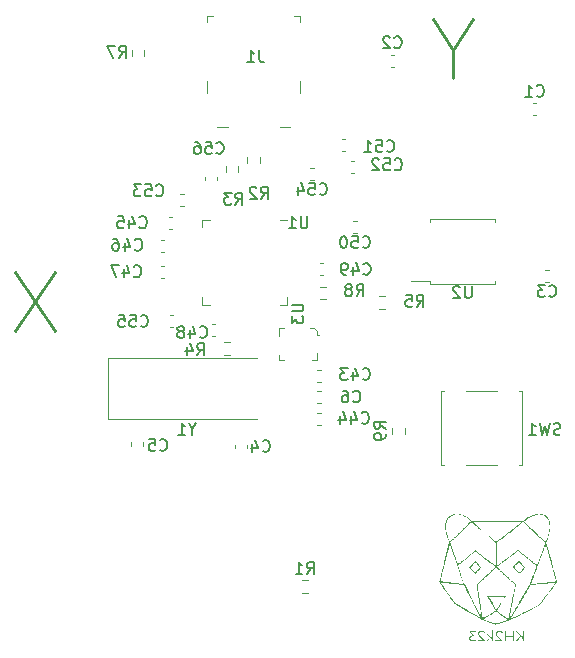
<source format=gbr>
%TF.GenerationSoftware,KiCad,Pcbnew,(7.0.0)*%
%TF.CreationDate,2023-03-11T18:24:33-08:00*%
%TF.ProjectId,pyBoard,7079426f-6172-4642-9e6b-696361645f70,rev?*%
%TF.SameCoordinates,Original*%
%TF.FileFunction,Legend,Bot*%
%TF.FilePolarity,Positive*%
%FSLAX46Y46*%
G04 Gerber Fmt 4.6, Leading zero omitted, Abs format (unit mm)*
G04 Created by KiCad (PCBNEW (7.0.0)) date 2023-03-11 18:24:33*
%MOMM*%
%LPD*%
G01*
G04 APERTURE LIST*
%ADD10C,0.250000*%
%ADD11C,0.150000*%
%ADD12C,0.120000*%
%ADD13C,0.100000*%
G04 APERTURE END LIST*
D10*
X118635714Y-86611904D02*
X115302380Y-91611904D01*
X115302380Y-86611904D02*
X118635714Y-91611904D01*
X152357142Y-67780952D02*
X152357142Y-70161904D01*
X154023809Y-65161904D02*
X152357142Y-67780952D01*
X152357142Y-67780952D02*
X150690476Y-65161904D01*
D11*
%TO.C,U1*%
X140046904Y-81867380D02*
X140046904Y-82676904D01*
X140046904Y-82676904D02*
X139999285Y-82772142D01*
X139999285Y-82772142D02*
X139951666Y-82819761D01*
X139951666Y-82819761D02*
X139856428Y-82867380D01*
X139856428Y-82867380D02*
X139665952Y-82867380D01*
X139665952Y-82867380D02*
X139570714Y-82819761D01*
X139570714Y-82819761D02*
X139523095Y-82772142D01*
X139523095Y-82772142D02*
X139475476Y-82676904D01*
X139475476Y-82676904D02*
X139475476Y-81867380D01*
X138475476Y-82867380D02*
X139046904Y-82867380D01*
X138761190Y-82867380D02*
X138761190Y-81867380D01*
X138761190Y-81867380D02*
X138856428Y-82010238D01*
X138856428Y-82010238D02*
X138951666Y-82105476D01*
X138951666Y-82105476D02*
X139046904Y-82153095D01*
%TO.C,C55*%
X125927857Y-91122142D02*
X125975476Y-91169761D01*
X125975476Y-91169761D02*
X126118333Y-91217380D01*
X126118333Y-91217380D02*
X126213571Y-91217380D01*
X126213571Y-91217380D02*
X126356428Y-91169761D01*
X126356428Y-91169761D02*
X126451666Y-91074523D01*
X126451666Y-91074523D02*
X126499285Y-90979285D01*
X126499285Y-90979285D02*
X126546904Y-90788809D01*
X126546904Y-90788809D02*
X126546904Y-90645952D01*
X126546904Y-90645952D02*
X126499285Y-90455476D01*
X126499285Y-90455476D02*
X126451666Y-90360238D01*
X126451666Y-90360238D02*
X126356428Y-90265000D01*
X126356428Y-90265000D02*
X126213571Y-90217380D01*
X126213571Y-90217380D02*
X126118333Y-90217380D01*
X126118333Y-90217380D02*
X125975476Y-90265000D01*
X125975476Y-90265000D02*
X125927857Y-90312619D01*
X125023095Y-90217380D02*
X125499285Y-90217380D01*
X125499285Y-90217380D02*
X125546904Y-90693571D01*
X125546904Y-90693571D02*
X125499285Y-90645952D01*
X125499285Y-90645952D02*
X125404047Y-90598333D01*
X125404047Y-90598333D02*
X125165952Y-90598333D01*
X125165952Y-90598333D02*
X125070714Y-90645952D01*
X125070714Y-90645952D02*
X125023095Y-90693571D01*
X125023095Y-90693571D02*
X124975476Y-90788809D01*
X124975476Y-90788809D02*
X124975476Y-91026904D01*
X124975476Y-91026904D02*
X125023095Y-91122142D01*
X125023095Y-91122142D02*
X125070714Y-91169761D01*
X125070714Y-91169761D02*
X125165952Y-91217380D01*
X125165952Y-91217380D02*
X125404047Y-91217380D01*
X125404047Y-91217380D02*
X125499285Y-91169761D01*
X125499285Y-91169761D02*
X125546904Y-91122142D01*
X124070714Y-90217380D02*
X124546904Y-90217380D01*
X124546904Y-90217380D02*
X124594523Y-90693571D01*
X124594523Y-90693571D02*
X124546904Y-90645952D01*
X124546904Y-90645952D02*
X124451666Y-90598333D01*
X124451666Y-90598333D02*
X124213571Y-90598333D01*
X124213571Y-90598333D02*
X124118333Y-90645952D01*
X124118333Y-90645952D02*
X124070714Y-90693571D01*
X124070714Y-90693571D02*
X124023095Y-90788809D01*
X124023095Y-90788809D02*
X124023095Y-91026904D01*
X124023095Y-91026904D02*
X124070714Y-91122142D01*
X124070714Y-91122142D02*
X124118333Y-91169761D01*
X124118333Y-91169761D02*
X124213571Y-91217380D01*
X124213571Y-91217380D02*
X124451666Y-91217380D01*
X124451666Y-91217380D02*
X124546904Y-91169761D01*
X124546904Y-91169761D02*
X124594523Y-91122142D01*
%TO.C,C54*%
X141077857Y-79952142D02*
X141125476Y-79999761D01*
X141125476Y-79999761D02*
X141268333Y-80047380D01*
X141268333Y-80047380D02*
X141363571Y-80047380D01*
X141363571Y-80047380D02*
X141506428Y-79999761D01*
X141506428Y-79999761D02*
X141601666Y-79904523D01*
X141601666Y-79904523D02*
X141649285Y-79809285D01*
X141649285Y-79809285D02*
X141696904Y-79618809D01*
X141696904Y-79618809D02*
X141696904Y-79475952D01*
X141696904Y-79475952D02*
X141649285Y-79285476D01*
X141649285Y-79285476D02*
X141601666Y-79190238D01*
X141601666Y-79190238D02*
X141506428Y-79095000D01*
X141506428Y-79095000D02*
X141363571Y-79047380D01*
X141363571Y-79047380D02*
X141268333Y-79047380D01*
X141268333Y-79047380D02*
X141125476Y-79095000D01*
X141125476Y-79095000D02*
X141077857Y-79142619D01*
X140173095Y-79047380D02*
X140649285Y-79047380D01*
X140649285Y-79047380D02*
X140696904Y-79523571D01*
X140696904Y-79523571D02*
X140649285Y-79475952D01*
X140649285Y-79475952D02*
X140554047Y-79428333D01*
X140554047Y-79428333D02*
X140315952Y-79428333D01*
X140315952Y-79428333D02*
X140220714Y-79475952D01*
X140220714Y-79475952D02*
X140173095Y-79523571D01*
X140173095Y-79523571D02*
X140125476Y-79618809D01*
X140125476Y-79618809D02*
X140125476Y-79856904D01*
X140125476Y-79856904D02*
X140173095Y-79952142D01*
X140173095Y-79952142D02*
X140220714Y-79999761D01*
X140220714Y-79999761D02*
X140315952Y-80047380D01*
X140315952Y-80047380D02*
X140554047Y-80047380D01*
X140554047Y-80047380D02*
X140649285Y-79999761D01*
X140649285Y-79999761D02*
X140696904Y-79952142D01*
X139268333Y-79380714D02*
X139268333Y-80047380D01*
X139506428Y-78999761D02*
X139744523Y-79714047D01*
X139744523Y-79714047D02*
X139125476Y-79714047D01*
%TO.C,C53*%
X127227857Y-80072142D02*
X127275476Y-80119761D01*
X127275476Y-80119761D02*
X127418333Y-80167380D01*
X127418333Y-80167380D02*
X127513571Y-80167380D01*
X127513571Y-80167380D02*
X127656428Y-80119761D01*
X127656428Y-80119761D02*
X127751666Y-80024523D01*
X127751666Y-80024523D02*
X127799285Y-79929285D01*
X127799285Y-79929285D02*
X127846904Y-79738809D01*
X127846904Y-79738809D02*
X127846904Y-79595952D01*
X127846904Y-79595952D02*
X127799285Y-79405476D01*
X127799285Y-79405476D02*
X127751666Y-79310238D01*
X127751666Y-79310238D02*
X127656428Y-79215000D01*
X127656428Y-79215000D02*
X127513571Y-79167380D01*
X127513571Y-79167380D02*
X127418333Y-79167380D01*
X127418333Y-79167380D02*
X127275476Y-79215000D01*
X127275476Y-79215000D02*
X127227857Y-79262619D01*
X126323095Y-79167380D02*
X126799285Y-79167380D01*
X126799285Y-79167380D02*
X126846904Y-79643571D01*
X126846904Y-79643571D02*
X126799285Y-79595952D01*
X126799285Y-79595952D02*
X126704047Y-79548333D01*
X126704047Y-79548333D02*
X126465952Y-79548333D01*
X126465952Y-79548333D02*
X126370714Y-79595952D01*
X126370714Y-79595952D02*
X126323095Y-79643571D01*
X126323095Y-79643571D02*
X126275476Y-79738809D01*
X126275476Y-79738809D02*
X126275476Y-79976904D01*
X126275476Y-79976904D02*
X126323095Y-80072142D01*
X126323095Y-80072142D02*
X126370714Y-80119761D01*
X126370714Y-80119761D02*
X126465952Y-80167380D01*
X126465952Y-80167380D02*
X126704047Y-80167380D01*
X126704047Y-80167380D02*
X126799285Y-80119761D01*
X126799285Y-80119761D02*
X126846904Y-80072142D01*
X125942142Y-79167380D02*
X125323095Y-79167380D01*
X125323095Y-79167380D02*
X125656428Y-79548333D01*
X125656428Y-79548333D02*
X125513571Y-79548333D01*
X125513571Y-79548333D02*
X125418333Y-79595952D01*
X125418333Y-79595952D02*
X125370714Y-79643571D01*
X125370714Y-79643571D02*
X125323095Y-79738809D01*
X125323095Y-79738809D02*
X125323095Y-79976904D01*
X125323095Y-79976904D02*
X125370714Y-80072142D01*
X125370714Y-80072142D02*
X125418333Y-80119761D01*
X125418333Y-80119761D02*
X125513571Y-80167380D01*
X125513571Y-80167380D02*
X125799285Y-80167380D01*
X125799285Y-80167380D02*
X125894523Y-80119761D01*
X125894523Y-80119761D02*
X125942142Y-80072142D01*
%TO.C,C52*%
X147427857Y-77872142D02*
X147475476Y-77919761D01*
X147475476Y-77919761D02*
X147618333Y-77967380D01*
X147618333Y-77967380D02*
X147713571Y-77967380D01*
X147713571Y-77967380D02*
X147856428Y-77919761D01*
X147856428Y-77919761D02*
X147951666Y-77824523D01*
X147951666Y-77824523D02*
X147999285Y-77729285D01*
X147999285Y-77729285D02*
X148046904Y-77538809D01*
X148046904Y-77538809D02*
X148046904Y-77395952D01*
X148046904Y-77395952D02*
X147999285Y-77205476D01*
X147999285Y-77205476D02*
X147951666Y-77110238D01*
X147951666Y-77110238D02*
X147856428Y-77015000D01*
X147856428Y-77015000D02*
X147713571Y-76967380D01*
X147713571Y-76967380D02*
X147618333Y-76967380D01*
X147618333Y-76967380D02*
X147475476Y-77015000D01*
X147475476Y-77015000D02*
X147427857Y-77062619D01*
X146523095Y-76967380D02*
X146999285Y-76967380D01*
X146999285Y-76967380D02*
X147046904Y-77443571D01*
X147046904Y-77443571D02*
X146999285Y-77395952D01*
X146999285Y-77395952D02*
X146904047Y-77348333D01*
X146904047Y-77348333D02*
X146665952Y-77348333D01*
X146665952Y-77348333D02*
X146570714Y-77395952D01*
X146570714Y-77395952D02*
X146523095Y-77443571D01*
X146523095Y-77443571D02*
X146475476Y-77538809D01*
X146475476Y-77538809D02*
X146475476Y-77776904D01*
X146475476Y-77776904D02*
X146523095Y-77872142D01*
X146523095Y-77872142D02*
X146570714Y-77919761D01*
X146570714Y-77919761D02*
X146665952Y-77967380D01*
X146665952Y-77967380D02*
X146904047Y-77967380D01*
X146904047Y-77967380D02*
X146999285Y-77919761D01*
X146999285Y-77919761D02*
X147046904Y-77872142D01*
X146094523Y-77062619D02*
X146046904Y-77015000D01*
X146046904Y-77015000D02*
X145951666Y-76967380D01*
X145951666Y-76967380D02*
X145713571Y-76967380D01*
X145713571Y-76967380D02*
X145618333Y-77015000D01*
X145618333Y-77015000D02*
X145570714Y-77062619D01*
X145570714Y-77062619D02*
X145523095Y-77157857D01*
X145523095Y-77157857D02*
X145523095Y-77253095D01*
X145523095Y-77253095D02*
X145570714Y-77395952D01*
X145570714Y-77395952D02*
X146142142Y-77967380D01*
X146142142Y-77967380D02*
X145523095Y-77967380D01*
%TO.C,C51*%
X146777857Y-76322142D02*
X146825476Y-76369761D01*
X146825476Y-76369761D02*
X146968333Y-76417380D01*
X146968333Y-76417380D02*
X147063571Y-76417380D01*
X147063571Y-76417380D02*
X147206428Y-76369761D01*
X147206428Y-76369761D02*
X147301666Y-76274523D01*
X147301666Y-76274523D02*
X147349285Y-76179285D01*
X147349285Y-76179285D02*
X147396904Y-75988809D01*
X147396904Y-75988809D02*
X147396904Y-75845952D01*
X147396904Y-75845952D02*
X147349285Y-75655476D01*
X147349285Y-75655476D02*
X147301666Y-75560238D01*
X147301666Y-75560238D02*
X147206428Y-75465000D01*
X147206428Y-75465000D02*
X147063571Y-75417380D01*
X147063571Y-75417380D02*
X146968333Y-75417380D01*
X146968333Y-75417380D02*
X146825476Y-75465000D01*
X146825476Y-75465000D02*
X146777857Y-75512619D01*
X145873095Y-75417380D02*
X146349285Y-75417380D01*
X146349285Y-75417380D02*
X146396904Y-75893571D01*
X146396904Y-75893571D02*
X146349285Y-75845952D01*
X146349285Y-75845952D02*
X146254047Y-75798333D01*
X146254047Y-75798333D02*
X146015952Y-75798333D01*
X146015952Y-75798333D02*
X145920714Y-75845952D01*
X145920714Y-75845952D02*
X145873095Y-75893571D01*
X145873095Y-75893571D02*
X145825476Y-75988809D01*
X145825476Y-75988809D02*
X145825476Y-76226904D01*
X145825476Y-76226904D02*
X145873095Y-76322142D01*
X145873095Y-76322142D02*
X145920714Y-76369761D01*
X145920714Y-76369761D02*
X146015952Y-76417380D01*
X146015952Y-76417380D02*
X146254047Y-76417380D01*
X146254047Y-76417380D02*
X146349285Y-76369761D01*
X146349285Y-76369761D02*
X146396904Y-76322142D01*
X144873095Y-76417380D02*
X145444523Y-76417380D01*
X145158809Y-76417380D02*
X145158809Y-75417380D01*
X145158809Y-75417380D02*
X145254047Y-75560238D01*
X145254047Y-75560238D02*
X145349285Y-75655476D01*
X145349285Y-75655476D02*
X145444523Y-75703095D01*
%TO.C,C50*%
X144727857Y-84452142D02*
X144775476Y-84499761D01*
X144775476Y-84499761D02*
X144918333Y-84547380D01*
X144918333Y-84547380D02*
X145013571Y-84547380D01*
X145013571Y-84547380D02*
X145156428Y-84499761D01*
X145156428Y-84499761D02*
X145251666Y-84404523D01*
X145251666Y-84404523D02*
X145299285Y-84309285D01*
X145299285Y-84309285D02*
X145346904Y-84118809D01*
X145346904Y-84118809D02*
X145346904Y-83975952D01*
X145346904Y-83975952D02*
X145299285Y-83785476D01*
X145299285Y-83785476D02*
X145251666Y-83690238D01*
X145251666Y-83690238D02*
X145156428Y-83595000D01*
X145156428Y-83595000D02*
X145013571Y-83547380D01*
X145013571Y-83547380D02*
X144918333Y-83547380D01*
X144918333Y-83547380D02*
X144775476Y-83595000D01*
X144775476Y-83595000D02*
X144727857Y-83642619D01*
X143823095Y-83547380D02*
X144299285Y-83547380D01*
X144299285Y-83547380D02*
X144346904Y-84023571D01*
X144346904Y-84023571D02*
X144299285Y-83975952D01*
X144299285Y-83975952D02*
X144204047Y-83928333D01*
X144204047Y-83928333D02*
X143965952Y-83928333D01*
X143965952Y-83928333D02*
X143870714Y-83975952D01*
X143870714Y-83975952D02*
X143823095Y-84023571D01*
X143823095Y-84023571D02*
X143775476Y-84118809D01*
X143775476Y-84118809D02*
X143775476Y-84356904D01*
X143775476Y-84356904D02*
X143823095Y-84452142D01*
X143823095Y-84452142D02*
X143870714Y-84499761D01*
X143870714Y-84499761D02*
X143965952Y-84547380D01*
X143965952Y-84547380D02*
X144204047Y-84547380D01*
X144204047Y-84547380D02*
X144299285Y-84499761D01*
X144299285Y-84499761D02*
X144346904Y-84452142D01*
X143156428Y-83547380D02*
X143061190Y-83547380D01*
X143061190Y-83547380D02*
X142965952Y-83595000D01*
X142965952Y-83595000D02*
X142918333Y-83642619D01*
X142918333Y-83642619D02*
X142870714Y-83737857D01*
X142870714Y-83737857D02*
X142823095Y-83928333D01*
X142823095Y-83928333D02*
X142823095Y-84166428D01*
X142823095Y-84166428D02*
X142870714Y-84356904D01*
X142870714Y-84356904D02*
X142918333Y-84452142D01*
X142918333Y-84452142D02*
X142965952Y-84499761D01*
X142965952Y-84499761D02*
X143061190Y-84547380D01*
X143061190Y-84547380D02*
X143156428Y-84547380D01*
X143156428Y-84547380D02*
X143251666Y-84499761D01*
X143251666Y-84499761D02*
X143299285Y-84452142D01*
X143299285Y-84452142D02*
X143346904Y-84356904D01*
X143346904Y-84356904D02*
X143394523Y-84166428D01*
X143394523Y-84166428D02*
X143394523Y-83928333D01*
X143394523Y-83928333D02*
X143346904Y-83737857D01*
X143346904Y-83737857D02*
X143299285Y-83642619D01*
X143299285Y-83642619D02*
X143251666Y-83595000D01*
X143251666Y-83595000D02*
X143156428Y-83547380D01*
%TO.C,C49*%
X144777857Y-86722142D02*
X144825476Y-86769761D01*
X144825476Y-86769761D02*
X144968333Y-86817380D01*
X144968333Y-86817380D02*
X145063571Y-86817380D01*
X145063571Y-86817380D02*
X145206428Y-86769761D01*
X145206428Y-86769761D02*
X145301666Y-86674523D01*
X145301666Y-86674523D02*
X145349285Y-86579285D01*
X145349285Y-86579285D02*
X145396904Y-86388809D01*
X145396904Y-86388809D02*
X145396904Y-86245952D01*
X145396904Y-86245952D02*
X145349285Y-86055476D01*
X145349285Y-86055476D02*
X145301666Y-85960238D01*
X145301666Y-85960238D02*
X145206428Y-85865000D01*
X145206428Y-85865000D02*
X145063571Y-85817380D01*
X145063571Y-85817380D02*
X144968333Y-85817380D01*
X144968333Y-85817380D02*
X144825476Y-85865000D01*
X144825476Y-85865000D02*
X144777857Y-85912619D01*
X143920714Y-86150714D02*
X143920714Y-86817380D01*
X144158809Y-85769761D02*
X144396904Y-86484047D01*
X144396904Y-86484047D02*
X143777857Y-86484047D01*
X143349285Y-86817380D02*
X143158809Y-86817380D01*
X143158809Y-86817380D02*
X143063571Y-86769761D01*
X143063571Y-86769761D02*
X143015952Y-86722142D01*
X143015952Y-86722142D02*
X142920714Y-86579285D01*
X142920714Y-86579285D02*
X142873095Y-86388809D01*
X142873095Y-86388809D02*
X142873095Y-86007857D01*
X142873095Y-86007857D02*
X142920714Y-85912619D01*
X142920714Y-85912619D02*
X142968333Y-85865000D01*
X142968333Y-85865000D02*
X143063571Y-85817380D01*
X143063571Y-85817380D02*
X143254047Y-85817380D01*
X143254047Y-85817380D02*
X143349285Y-85865000D01*
X143349285Y-85865000D02*
X143396904Y-85912619D01*
X143396904Y-85912619D02*
X143444523Y-86007857D01*
X143444523Y-86007857D02*
X143444523Y-86245952D01*
X143444523Y-86245952D02*
X143396904Y-86341190D01*
X143396904Y-86341190D02*
X143349285Y-86388809D01*
X143349285Y-86388809D02*
X143254047Y-86436428D01*
X143254047Y-86436428D02*
X143063571Y-86436428D01*
X143063571Y-86436428D02*
X142968333Y-86388809D01*
X142968333Y-86388809D02*
X142920714Y-86341190D01*
X142920714Y-86341190D02*
X142873095Y-86245952D01*
%TO.C,C48*%
X130942857Y-92072142D02*
X130990476Y-92119761D01*
X130990476Y-92119761D02*
X131133333Y-92167380D01*
X131133333Y-92167380D02*
X131228571Y-92167380D01*
X131228571Y-92167380D02*
X131371428Y-92119761D01*
X131371428Y-92119761D02*
X131466666Y-92024523D01*
X131466666Y-92024523D02*
X131514285Y-91929285D01*
X131514285Y-91929285D02*
X131561904Y-91738809D01*
X131561904Y-91738809D02*
X131561904Y-91595952D01*
X131561904Y-91595952D02*
X131514285Y-91405476D01*
X131514285Y-91405476D02*
X131466666Y-91310238D01*
X131466666Y-91310238D02*
X131371428Y-91215000D01*
X131371428Y-91215000D02*
X131228571Y-91167380D01*
X131228571Y-91167380D02*
X131133333Y-91167380D01*
X131133333Y-91167380D02*
X130990476Y-91215000D01*
X130990476Y-91215000D02*
X130942857Y-91262619D01*
X130085714Y-91500714D02*
X130085714Y-92167380D01*
X130323809Y-91119761D02*
X130561904Y-91834047D01*
X130561904Y-91834047D02*
X129942857Y-91834047D01*
X129419047Y-91595952D02*
X129514285Y-91548333D01*
X129514285Y-91548333D02*
X129561904Y-91500714D01*
X129561904Y-91500714D02*
X129609523Y-91405476D01*
X129609523Y-91405476D02*
X129609523Y-91357857D01*
X129609523Y-91357857D02*
X129561904Y-91262619D01*
X129561904Y-91262619D02*
X129514285Y-91215000D01*
X129514285Y-91215000D02*
X129419047Y-91167380D01*
X129419047Y-91167380D02*
X129228571Y-91167380D01*
X129228571Y-91167380D02*
X129133333Y-91215000D01*
X129133333Y-91215000D02*
X129085714Y-91262619D01*
X129085714Y-91262619D02*
X129038095Y-91357857D01*
X129038095Y-91357857D02*
X129038095Y-91405476D01*
X129038095Y-91405476D02*
X129085714Y-91500714D01*
X129085714Y-91500714D02*
X129133333Y-91548333D01*
X129133333Y-91548333D02*
X129228571Y-91595952D01*
X129228571Y-91595952D02*
X129419047Y-91595952D01*
X129419047Y-91595952D02*
X129514285Y-91643571D01*
X129514285Y-91643571D02*
X129561904Y-91691190D01*
X129561904Y-91691190D02*
X129609523Y-91786428D01*
X129609523Y-91786428D02*
X129609523Y-91976904D01*
X129609523Y-91976904D02*
X129561904Y-92072142D01*
X129561904Y-92072142D02*
X129514285Y-92119761D01*
X129514285Y-92119761D02*
X129419047Y-92167380D01*
X129419047Y-92167380D02*
X129228571Y-92167380D01*
X129228571Y-92167380D02*
X129133333Y-92119761D01*
X129133333Y-92119761D02*
X129085714Y-92072142D01*
X129085714Y-92072142D02*
X129038095Y-91976904D01*
X129038095Y-91976904D02*
X129038095Y-91786428D01*
X129038095Y-91786428D02*
X129085714Y-91691190D01*
X129085714Y-91691190D02*
X129133333Y-91643571D01*
X129133333Y-91643571D02*
X129228571Y-91595952D01*
%TO.C,C47*%
X125352857Y-86922142D02*
X125400476Y-86969761D01*
X125400476Y-86969761D02*
X125543333Y-87017380D01*
X125543333Y-87017380D02*
X125638571Y-87017380D01*
X125638571Y-87017380D02*
X125781428Y-86969761D01*
X125781428Y-86969761D02*
X125876666Y-86874523D01*
X125876666Y-86874523D02*
X125924285Y-86779285D01*
X125924285Y-86779285D02*
X125971904Y-86588809D01*
X125971904Y-86588809D02*
X125971904Y-86445952D01*
X125971904Y-86445952D02*
X125924285Y-86255476D01*
X125924285Y-86255476D02*
X125876666Y-86160238D01*
X125876666Y-86160238D02*
X125781428Y-86065000D01*
X125781428Y-86065000D02*
X125638571Y-86017380D01*
X125638571Y-86017380D02*
X125543333Y-86017380D01*
X125543333Y-86017380D02*
X125400476Y-86065000D01*
X125400476Y-86065000D02*
X125352857Y-86112619D01*
X124495714Y-86350714D02*
X124495714Y-87017380D01*
X124733809Y-85969761D02*
X124971904Y-86684047D01*
X124971904Y-86684047D02*
X124352857Y-86684047D01*
X124067142Y-86017380D02*
X123400476Y-86017380D01*
X123400476Y-86017380D02*
X123829047Y-87017380D01*
%TO.C,C46*%
X125427857Y-84672142D02*
X125475476Y-84719761D01*
X125475476Y-84719761D02*
X125618333Y-84767380D01*
X125618333Y-84767380D02*
X125713571Y-84767380D01*
X125713571Y-84767380D02*
X125856428Y-84719761D01*
X125856428Y-84719761D02*
X125951666Y-84624523D01*
X125951666Y-84624523D02*
X125999285Y-84529285D01*
X125999285Y-84529285D02*
X126046904Y-84338809D01*
X126046904Y-84338809D02*
X126046904Y-84195952D01*
X126046904Y-84195952D02*
X125999285Y-84005476D01*
X125999285Y-84005476D02*
X125951666Y-83910238D01*
X125951666Y-83910238D02*
X125856428Y-83815000D01*
X125856428Y-83815000D02*
X125713571Y-83767380D01*
X125713571Y-83767380D02*
X125618333Y-83767380D01*
X125618333Y-83767380D02*
X125475476Y-83815000D01*
X125475476Y-83815000D02*
X125427857Y-83862619D01*
X124570714Y-84100714D02*
X124570714Y-84767380D01*
X124808809Y-83719761D02*
X125046904Y-84434047D01*
X125046904Y-84434047D02*
X124427857Y-84434047D01*
X123618333Y-83767380D02*
X123808809Y-83767380D01*
X123808809Y-83767380D02*
X123904047Y-83815000D01*
X123904047Y-83815000D02*
X123951666Y-83862619D01*
X123951666Y-83862619D02*
X124046904Y-84005476D01*
X124046904Y-84005476D02*
X124094523Y-84195952D01*
X124094523Y-84195952D02*
X124094523Y-84576904D01*
X124094523Y-84576904D02*
X124046904Y-84672142D01*
X124046904Y-84672142D02*
X123999285Y-84719761D01*
X123999285Y-84719761D02*
X123904047Y-84767380D01*
X123904047Y-84767380D02*
X123713571Y-84767380D01*
X123713571Y-84767380D02*
X123618333Y-84719761D01*
X123618333Y-84719761D02*
X123570714Y-84672142D01*
X123570714Y-84672142D02*
X123523095Y-84576904D01*
X123523095Y-84576904D02*
X123523095Y-84338809D01*
X123523095Y-84338809D02*
X123570714Y-84243571D01*
X123570714Y-84243571D02*
X123618333Y-84195952D01*
X123618333Y-84195952D02*
X123713571Y-84148333D01*
X123713571Y-84148333D02*
X123904047Y-84148333D01*
X123904047Y-84148333D02*
X123999285Y-84195952D01*
X123999285Y-84195952D02*
X124046904Y-84243571D01*
X124046904Y-84243571D02*
X124094523Y-84338809D01*
%TO.C,C45*%
X125827857Y-82772142D02*
X125875476Y-82819761D01*
X125875476Y-82819761D02*
X126018333Y-82867380D01*
X126018333Y-82867380D02*
X126113571Y-82867380D01*
X126113571Y-82867380D02*
X126256428Y-82819761D01*
X126256428Y-82819761D02*
X126351666Y-82724523D01*
X126351666Y-82724523D02*
X126399285Y-82629285D01*
X126399285Y-82629285D02*
X126446904Y-82438809D01*
X126446904Y-82438809D02*
X126446904Y-82295952D01*
X126446904Y-82295952D02*
X126399285Y-82105476D01*
X126399285Y-82105476D02*
X126351666Y-82010238D01*
X126351666Y-82010238D02*
X126256428Y-81915000D01*
X126256428Y-81915000D02*
X126113571Y-81867380D01*
X126113571Y-81867380D02*
X126018333Y-81867380D01*
X126018333Y-81867380D02*
X125875476Y-81915000D01*
X125875476Y-81915000D02*
X125827857Y-81962619D01*
X124970714Y-82200714D02*
X124970714Y-82867380D01*
X125208809Y-81819761D02*
X125446904Y-82534047D01*
X125446904Y-82534047D02*
X124827857Y-82534047D01*
X123970714Y-81867380D02*
X124446904Y-81867380D01*
X124446904Y-81867380D02*
X124494523Y-82343571D01*
X124494523Y-82343571D02*
X124446904Y-82295952D01*
X124446904Y-82295952D02*
X124351666Y-82248333D01*
X124351666Y-82248333D02*
X124113571Y-82248333D01*
X124113571Y-82248333D02*
X124018333Y-82295952D01*
X124018333Y-82295952D02*
X123970714Y-82343571D01*
X123970714Y-82343571D02*
X123923095Y-82438809D01*
X123923095Y-82438809D02*
X123923095Y-82676904D01*
X123923095Y-82676904D02*
X123970714Y-82772142D01*
X123970714Y-82772142D02*
X124018333Y-82819761D01*
X124018333Y-82819761D02*
X124113571Y-82867380D01*
X124113571Y-82867380D02*
X124351666Y-82867380D01*
X124351666Y-82867380D02*
X124446904Y-82819761D01*
X124446904Y-82819761D02*
X124494523Y-82772142D01*
%TO.C,C44*%
X144627857Y-99322142D02*
X144675476Y-99369761D01*
X144675476Y-99369761D02*
X144818333Y-99417380D01*
X144818333Y-99417380D02*
X144913571Y-99417380D01*
X144913571Y-99417380D02*
X145056428Y-99369761D01*
X145056428Y-99369761D02*
X145151666Y-99274523D01*
X145151666Y-99274523D02*
X145199285Y-99179285D01*
X145199285Y-99179285D02*
X145246904Y-98988809D01*
X145246904Y-98988809D02*
X145246904Y-98845952D01*
X145246904Y-98845952D02*
X145199285Y-98655476D01*
X145199285Y-98655476D02*
X145151666Y-98560238D01*
X145151666Y-98560238D02*
X145056428Y-98465000D01*
X145056428Y-98465000D02*
X144913571Y-98417380D01*
X144913571Y-98417380D02*
X144818333Y-98417380D01*
X144818333Y-98417380D02*
X144675476Y-98465000D01*
X144675476Y-98465000D02*
X144627857Y-98512619D01*
X143770714Y-98750714D02*
X143770714Y-99417380D01*
X144008809Y-98369761D02*
X144246904Y-99084047D01*
X144246904Y-99084047D02*
X143627857Y-99084047D01*
X142818333Y-98750714D02*
X142818333Y-99417380D01*
X143056428Y-98369761D02*
X143294523Y-99084047D01*
X143294523Y-99084047D02*
X142675476Y-99084047D01*
%TO.C,C2*%
X147401666Y-67542142D02*
X147449285Y-67589761D01*
X147449285Y-67589761D02*
X147592142Y-67637380D01*
X147592142Y-67637380D02*
X147687380Y-67637380D01*
X147687380Y-67637380D02*
X147830237Y-67589761D01*
X147830237Y-67589761D02*
X147925475Y-67494523D01*
X147925475Y-67494523D02*
X147973094Y-67399285D01*
X147973094Y-67399285D02*
X148020713Y-67208809D01*
X148020713Y-67208809D02*
X148020713Y-67065952D01*
X148020713Y-67065952D02*
X147973094Y-66875476D01*
X147973094Y-66875476D02*
X147925475Y-66780238D01*
X147925475Y-66780238D02*
X147830237Y-66685000D01*
X147830237Y-66685000D02*
X147687380Y-66637380D01*
X147687380Y-66637380D02*
X147592142Y-66637380D01*
X147592142Y-66637380D02*
X147449285Y-66685000D01*
X147449285Y-66685000D02*
X147401666Y-66732619D01*
X147020713Y-66732619D02*
X146973094Y-66685000D01*
X146973094Y-66685000D02*
X146877856Y-66637380D01*
X146877856Y-66637380D02*
X146639761Y-66637380D01*
X146639761Y-66637380D02*
X146544523Y-66685000D01*
X146544523Y-66685000D02*
X146496904Y-66732619D01*
X146496904Y-66732619D02*
X146449285Y-66827857D01*
X146449285Y-66827857D02*
X146449285Y-66923095D01*
X146449285Y-66923095D02*
X146496904Y-67065952D01*
X146496904Y-67065952D02*
X147068332Y-67637380D01*
X147068332Y-67637380D02*
X146449285Y-67637380D01*
%TO.C,C4*%
X136251666Y-101722142D02*
X136299285Y-101769761D01*
X136299285Y-101769761D02*
X136442142Y-101817380D01*
X136442142Y-101817380D02*
X136537380Y-101817380D01*
X136537380Y-101817380D02*
X136680237Y-101769761D01*
X136680237Y-101769761D02*
X136775475Y-101674523D01*
X136775475Y-101674523D02*
X136823094Y-101579285D01*
X136823094Y-101579285D02*
X136870713Y-101388809D01*
X136870713Y-101388809D02*
X136870713Y-101245952D01*
X136870713Y-101245952D02*
X136823094Y-101055476D01*
X136823094Y-101055476D02*
X136775475Y-100960238D01*
X136775475Y-100960238D02*
X136680237Y-100865000D01*
X136680237Y-100865000D02*
X136537380Y-100817380D01*
X136537380Y-100817380D02*
X136442142Y-100817380D01*
X136442142Y-100817380D02*
X136299285Y-100865000D01*
X136299285Y-100865000D02*
X136251666Y-100912619D01*
X135394523Y-101150714D02*
X135394523Y-101817380D01*
X135632618Y-100769761D02*
X135870713Y-101484047D01*
X135870713Y-101484047D02*
X135251666Y-101484047D01*
%TO.C,C3*%
X160501666Y-88602142D02*
X160549285Y-88649761D01*
X160549285Y-88649761D02*
X160692142Y-88697380D01*
X160692142Y-88697380D02*
X160787380Y-88697380D01*
X160787380Y-88697380D02*
X160930237Y-88649761D01*
X160930237Y-88649761D02*
X161025475Y-88554523D01*
X161025475Y-88554523D02*
X161073094Y-88459285D01*
X161073094Y-88459285D02*
X161120713Y-88268809D01*
X161120713Y-88268809D02*
X161120713Y-88125952D01*
X161120713Y-88125952D02*
X161073094Y-87935476D01*
X161073094Y-87935476D02*
X161025475Y-87840238D01*
X161025475Y-87840238D02*
X160930237Y-87745000D01*
X160930237Y-87745000D02*
X160787380Y-87697380D01*
X160787380Y-87697380D02*
X160692142Y-87697380D01*
X160692142Y-87697380D02*
X160549285Y-87745000D01*
X160549285Y-87745000D02*
X160501666Y-87792619D01*
X160168332Y-87697380D02*
X159549285Y-87697380D01*
X159549285Y-87697380D02*
X159882618Y-88078333D01*
X159882618Y-88078333D02*
X159739761Y-88078333D01*
X159739761Y-88078333D02*
X159644523Y-88125952D01*
X159644523Y-88125952D02*
X159596904Y-88173571D01*
X159596904Y-88173571D02*
X159549285Y-88268809D01*
X159549285Y-88268809D02*
X159549285Y-88506904D01*
X159549285Y-88506904D02*
X159596904Y-88602142D01*
X159596904Y-88602142D02*
X159644523Y-88649761D01*
X159644523Y-88649761D02*
X159739761Y-88697380D01*
X159739761Y-88697380D02*
X160025475Y-88697380D01*
X160025475Y-88697380D02*
X160120713Y-88649761D01*
X160120713Y-88649761D02*
X160168332Y-88602142D01*
%TO.C,C6*%
X143901666Y-97522142D02*
X143949285Y-97569761D01*
X143949285Y-97569761D02*
X144092142Y-97617380D01*
X144092142Y-97617380D02*
X144187380Y-97617380D01*
X144187380Y-97617380D02*
X144330237Y-97569761D01*
X144330237Y-97569761D02*
X144425475Y-97474523D01*
X144425475Y-97474523D02*
X144473094Y-97379285D01*
X144473094Y-97379285D02*
X144520713Y-97188809D01*
X144520713Y-97188809D02*
X144520713Y-97045952D01*
X144520713Y-97045952D02*
X144473094Y-96855476D01*
X144473094Y-96855476D02*
X144425475Y-96760238D01*
X144425475Y-96760238D02*
X144330237Y-96665000D01*
X144330237Y-96665000D02*
X144187380Y-96617380D01*
X144187380Y-96617380D02*
X144092142Y-96617380D01*
X144092142Y-96617380D02*
X143949285Y-96665000D01*
X143949285Y-96665000D02*
X143901666Y-96712619D01*
X143044523Y-96617380D02*
X143234999Y-96617380D01*
X143234999Y-96617380D02*
X143330237Y-96665000D01*
X143330237Y-96665000D02*
X143377856Y-96712619D01*
X143377856Y-96712619D02*
X143473094Y-96855476D01*
X143473094Y-96855476D02*
X143520713Y-97045952D01*
X143520713Y-97045952D02*
X143520713Y-97426904D01*
X143520713Y-97426904D02*
X143473094Y-97522142D01*
X143473094Y-97522142D02*
X143425475Y-97569761D01*
X143425475Y-97569761D02*
X143330237Y-97617380D01*
X143330237Y-97617380D02*
X143139761Y-97617380D01*
X143139761Y-97617380D02*
X143044523Y-97569761D01*
X143044523Y-97569761D02*
X142996904Y-97522142D01*
X142996904Y-97522142D02*
X142949285Y-97426904D01*
X142949285Y-97426904D02*
X142949285Y-97188809D01*
X142949285Y-97188809D02*
X142996904Y-97093571D01*
X142996904Y-97093571D02*
X143044523Y-97045952D01*
X143044523Y-97045952D02*
X143139761Y-96998333D01*
X143139761Y-96998333D02*
X143330237Y-96998333D01*
X143330237Y-96998333D02*
X143425475Y-97045952D01*
X143425475Y-97045952D02*
X143473094Y-97093571D01*
X143473094Y-97093571D02*
X143520713Y-97188809D01*
%TO.C,R1*%
X140001666Y-112137380D02*
X140334999Y-111661190D01*
X140573094Y-112137380D02*
X140573094Y-111137380D01*
X140573094Y-111137380D02*
X140192142Y-111137380D01*
X140192142Y-111137380D02*
X140096904Y-111185000D01*
X140096904Y-111185000D02*
X140049285Y-111232619D01*
X140049285Y-111232619D02*
X140001666Y-111327857D01*
X140001666Y-111327857D02*
X140001666Y-111470714D01*
X140001666Y-111470714D02*
X140049285Y-111565952D01*
X140049285Y-111565952D02*
X140096904Y-111613571D01*
X140096904Y-111613571D02*
X140192142Y-111661190D01*
X140192142Y-111661190D02*
X140573094Y-111661190D01*
X139049285Y-112137380D02*
X139620713Y-112137380D01*
X139334999Y-112137380D02*
X139334999Y-111137380D01*
X139334999Y-111137380D02*
X139430237Y-111280238D01*
X139430237Y-111280238D02*
X139525475Y-111375476D01*
X139525475Y-111375476D02*
X139620713Y-111423095D01*
%TO.C,R9*%
X146687380Y-99833333D02*
X146211190Y-99500000D01*
X146687380Y-99261905D02*
X145687380Y-99261905D01*
X145687380Y-99261905D02*
X145687380Y-99642857D01*
X145687380Y-99642857D02*
X145735000Y-99738095D01*
X145735000Y-99738095D02*
X145782619Y-99785714D01*
X145782619Y-99785714D02*
X145877857Y-99833333D01*
X145877857Y-99833333D02*
X146020714Y-99833333D01*
X146020714Y-99833333D02*
X146115952Y-99785714D01*
X146115952Y-99785714D02*
X146163571Y-99738095D01*
X146163571Y-99738095D02*
X146211190Y-99642857D01*
X146211190Y-99642857D02*
X146211190Y-99261905D01*
X146687380Y-100309524D02*
X146687380Y-100500000D01*
X146687380Y-100500000D02*
X146639761Y-100595238D01*
X146639761Y-100595238D02*
X146592142Y-100642857D01*
X146592142Y-100642857D02*
X146449285Y-100738095D01*
X146449285Y-100738095D02*
X146258809Y-100785714D01*
X146258809Y-100785714D02*
X145877857Y-100785714D01*
X145877857Y-100785714D02*
X145782619Y-100738095D01*
X145782619Y-100738095D02*
X145735000Y-100690476D01*
X145735000Y-100690476D02*
X145687380Y-100595238D01*
X145687380Y-100595238D02*
X145687380Y-100404762D01*
X145687380Y-100404762D02*
X145735000Y-100309524D01*
X145735000Y-100309524D02*
X145782619Y-100261905D01*
X145782619Y-100261905D02*
X145877857Y-100214286D01*
X145877857Y-100214286D02*
X146115952Y-100214286D01*
X146115952Y-100214286D02*
X146211190Y-100261905D01*
X146211190Y-100261905D02*
X146258809Y-100309524D01*
X146258809Y-100309524D02*
X146306428Y-100404762D01*
X146306428Y-100404762D02*
X146306428Y-100595238D01*
X146306428Y-100595238D02*
X146258809Y-100690476D01*
X146258809Y-100690476D02*
X146211190Y-100738095D01*
X146211190Y-100738095D02*
X146115952Y-100785714D01*
%TO.C,R8*%
X144201666Y-88617380D02*
X144534999Y-88141190D01*
X144773094Y-88617380D02*
X144773094Y-87617380D01*
X144773094Y-87617380D02*
X144392142Y-87617380D01*
X144392142Y-87617380D02*
X144296904Y-87665000D01*
X144296904Y-87665000D02*
X144249285Y-87712619D01*
X144249285Y-87712619D02*
X144201666Y-87807857D01*
X144201666Y-87807857D02*
X144201666Y-87950714D01*
X144201666Y-87950714D02*
X144249285Y-88045952D01*
X144249285Y-88045952D02*
X144296904Y-88093571D01*
X144296904Y-88093571D02*
X144392142Y-88141190D01*
X144392142Y-88141190D02*
X144773094Y-88141190D01*
X143630237Y-88045952D02*
X143725475Y-87998333D01*
X143725475Y-87998333D02*
X143773094Y-87950714D01*
X143773094Y-87950714D02*
X143820713Y-87855476D01*
X143820713Y-87855476D02*
X143820713Y-87807857D01*
X143820713Y-87807857D02*
X143773094Y-87712619D01*
X143773094Y-87712619D02*
X143725475Y-87665000D01*
X143725475Y-87665000D02*
X143630237Y-87617380D01*
X143630237Y-87617380D02*
X143439761Y-87617380D01*
X143439761Y-87617380D02*
X143344523Y-87665000D01*
X143344523Y-87665000D02*
X143296904Y-87712619D01*
X143296904Y-87712619D02*
X143249285Y-87807857D01*
X143249285Y-87807857D02*
X143249285Y-87855476D01*
X143249285Y-87855476D02*
X143296904Y-87950714D01*
X143296904Y-87950714D02*
X143344523Y-87998333D01*
X143344523Y-87998333D02*
X143439761Y-88045952D01*
X143439761Y-88045952D02*
X143630237Y-88045952D01*
X143630237Y-88045952D02*
X143725475Y-88093571D01*
X143725475Y-88093571D02*
X143773094Y-88141190D01*
X143773094Y-88141190D02*
X143820713Y-88236428D01*
X143820713Y-88236428D02*
X143820713Y-88426904D01*
X143820713Y-88426904D02*
X143773094Y-88522142D01*
X143773094Y-88522142D02*
X143725475Y-88569761D01*
X143725475Y-88569761D02*
X143630237Y-88617380D01*
X143630237Y-88617380D02*
X143439761Y-88617380D01*
X143439761Y-88617380D02*
X143344523Y-88569761D01*
X143344523Y-88569761D02*
X143296904Y-88522142D01*
X143296904Y-88522142D02*
X143249285Y-88426904D01*
X143249285Y-88426904D02*
X143249285Y-88236428D01*
X143249285Y-88236428D02*
X143296904Y-88141190D01*
X143296904Y-88141190D02*
X143344523Y-88093571D01*
X143344523Y-88093571D02*
X143439761Y-88045952D01*
%TO.C,C1*%
X159451666Y-71642142D02*
X159499285Y-71689761D01*
X159499285Y-71689761D02*
X159642142Y-71737380D01*
X159642142Y-71737380D02*
X159737380Y-71737380D01*
X159737380Y-71737380D02*
X159880237Y-71689761D01*
X159880237Y-71689761D02*
X159975475Y-71594523D01*
X159975475Y-71594523D02*
X160023094Y-71499285D01*
X160023094Y-71499285D02*
X160070713Y-71308809D01*
X160070713Y-71308809D02*
X160070713Y-71165952D01*
X160070713Y-71165952D02*
X160023094Y-70975476D01*
X160023094Y-70975476D02*
X159975475Y-70880238D01*
X159975475Y-70880238D02*
X159880237Y-70785000D01*
X159880237Y-70785000D02*
X159737380Y-70737380D01*
X159737380Y-70737380D02*
X159642142Y-70737380D01*
X159642142Y-70737380D02*
X159499285Y-70785000D01*
X159499285Y-70785000D02*
X159451666Y-70832619D01*
X158499285Y-71737380D02*
X159070713Y-71737380D01*
X158784999Y-71737380D02*
X158784999Y-70737380D01*
X158784999Y-70737380D02*
X158880237Y-70880238D01*
X158880237Y-70880238D02*
X158975475Y-70975476D01*
X158975475Y-70975476D02*
X159070713Y-71023095D01*
%TO.C,R7*%
X124116666Y-68417380D02*
X124449999Y-67941190D01*
X124688094Y-68417380D02*
X124688094Y-67417380D01*
X124688094Y-67417380D02*
X124307142Y-67417380D01*
X124307142Y-67417380D02*
X124211904Y-67465000D01*
X124211904Y-67465000D02*
X124164285Y-67512619D01*
X124164285Y-67512619D02*
X124116666Y-67607857D01*
X124116666Y-67607857D02*
X124116666Y-67750714D01*
X124116666Y-67750714D02*
X124164285Y-67845952D01*
X124164285Y-67845952D02*
X124211904Y-67893571D01*
X124211904Y-67893571D02*
X124307142Y-67941190D01*
X124307142Y-67941190D02*
X124688094Y-67941190D01*
X123783332Y-67417380D02*
X123116666Y-67417380D01*
X123116666Y-67417380D02*
X123545237Y-68417380D01*
%TO.C,R5*%
X149301666Y-89517380D02*
X149634999Y-89041190D01*
X149873094Y-89517380D02*
X149873094Y-88517380D01*
X149873094Y-88517380D02*
X149492142Y-88517380D01*
X149492142Y-88517380D02*
X149396904Y-88565000D01*
X149396904Y-88565000D02*
X149349285Y-88612619D01*
X149349285Y-88612619D02*
X149301666Y-88707857D01*
X149301666Y-88707857D02*
X149301666Y-88850714D01*
X149301666Y-88850714D02*
X149349285Y-88945952D01*
X149349285Y-88945952D02*
X149396904Y-88993571D01*
X149396904Y-88993571D02*
X149492142Y-89041190D01*
X149492142Y-89041190D02*
X149873094Y-89041190D01*
X148396904Y-88517380D02*
X148873094Y-88517380D01*
X148873094Y-88517380D02*
X148920713Y-88993571D01*
X148920713Y-88993571D02*
X148873094Y-88945952D01*
X148873094Y-88945952D02*
X148777856Y-88898333D01*
X148777856Y-88898333D02*
X148539761Y-88898333D01*
X148539761Y-88898333D02*
X148444523Y-88945952D01*
X148444523Y-88945952D02*
X148396904Y-88993571D01*
X148396904Y-88993571D02*
X148349285Y-89088809D01*
X148349285Y-89088809D02*
X148349285Y-89326904D01*
X148349285Y-89326904D02*
X148396904Y-89422142D01*
X148396904Y-89422142D02*
X148444523Y-89469761D01*
X148444523Y-89469761D02*
X148539761Y-89517380D01*
X148539761Y-89517380D02*
X148777856Y-89517380D01*
X148777856Y-89517380D02*
X148873094Y-89469761D01*
X148873094Y-89469761D02*
X148920713Y-89422142D01*
%TO.C,C43*%
X144727857Y-95622142D02*
X144775476Y-95669761D01*
X144775476Y-95669761D02*
X144918333Y-95717380D01*
X144918333Y-95717380D02*
X145013571Y-95717380D01*
X145013571Y-95717380D02*
X145156428Y-95669761D01*
X145156428Y-95669761D02*
X145251666Y-95574523D01*
X145251666Y-95574523D02*
X145299285Y-95479285D01*
X145299285Y-95479285D02*
X145346904Y-95288809D01*
X145346904Y-95288809D02*
X145346904Y-95145952D01*
X145346904Y-95145952D02*
X145299285Y-94955476D01*
X145299285Y-94955476D02*
X145251666Y-94860238D01*
X145251666Y-94860238D02*
X145156428Y-94765000D01*
X145156428Y-94765000D02*
X145013571Y-94717380D01*
X145013571Y-94717380D02*
X144918333Y-94717380D01*
X144918333Y-94717380D02*
X144775476Y-94765000D01*
X144775476Y-94765000D02*
X144727857Y-94812619D01*
X143870714Y-95050714D02*
X143870714Y-95717380D01*
X144108809Y-94669761D02*
X144346904Y-95384047D01*
X144346904Y-95384047D02*
X143727857Y-95384047D01*
X143442142Y-94717380D02*
X142823095Y-94717380D01*
X142823095Y-94717380D02*
X143156428Y-95098333D01*
X143156428Y-95098333D02*
X143013571Y-95098333D01*
X143013571Y-95098333D02*
X142918333Y-95145952D01*
X142918333Y-95145952D02*
X142870714Y-95193571D01*
X142870714Y-95193571D02*
X142823095Y-95288809D01*
X142823095Y-95288809D02*
X142823095Y-95526904D01*
X142823095Y-95526904D02*
X142870714Y-95622142D01*
X142870714Y-95622142D02*
X142918333Y-95669761D01*
X142918333Y-95669761D02*
X143013571Y-95717380D01*
X143013571Y-95717380D02*
X143299285Y-95717380D01*
X143299285Y-95717380D02*
X143394523Y-95669761D01*
X143394523Y-95669761D02*
X143442142Y-95622142D01*
%TO.C,C5*%
X127551666Y-101622142D02*
X127599285Y-101669761D01*
X127599285Y-101669761D02*
X127742142Y-101717380D01*
X127742142Y-101717380D02*
X127837380Y-101717380D01*
X127837380Y-101717380D02*
X127980237Y-101669761D01*
X127980237Y-101669761D02*
X128075475Y-101574523D01*
X128075475Y-101574523D02*
X128123094Y-101479285D01*
X128123094Y-101479285D02*
X128170713Y-101288809D01*
X128170713Y-101288809D02*
X128170713Y-101145952D01*
X128170713Y-101145952D02*
X128123094Y-100955476D01*
X128123094Y-100955476D02*
X128075475Y-100860238D01*
X128075475Y-100860238D02*
X127980237Y-100765000D01*
X127980237Y-100765000D02*
X127837380Y-100717380D01*
X127837380Y-100717380D02*
X127742142Y-100717380D01*
X127742142Y-100717380D02*
X127599285Y-100765000D01*
X127599285Y-100765000D02*
X127551666Y-100812619D01*
X126646904Y-100717380D02*
X127123094Y-100717380D01*
X127123094Y-100717380D02*
X127170713Y-101193571D01*
X127170713Y-101193571D02*
X127123094Y-101145952D01*
X127123094Y-101145952D02*
X127027856Y-101098333D01*
X127027856Y-101098333D02*
X126789761Y-101098333D01*
X126789761Y-101098333D02*
X126694523Y-101145952D01*
X126694523Y-101145952D02*
X126646904Y-101193571D01*
X126646904Y-101193571D02*
X126599285Y-101288809D01*
X126599285Y-101288809D02*
X126599285Y-101526904D01*
X126599285Y-101526904D02*
X126646904Y-101622142D01*
X126646904Y-101622142D02*
X126694523Y-101669761D01*
X126694523Y-101669761D02*
X126789761Y-101717380D01*
X126789761Y-101717380D02*
X127027856Y-101717380D01*
X127027856Y-101717380D02*
X127123094Y-101669761D01*
X127123094Y-101669761D02*
X127170713Y-101622142D01*
%TO.C,Y1*%
X130311190Y-99891190D02*
X130311190Y-100367380D01*
X130644523Y-99367380D02*
X130311190Y-99891190D01*
X130311190Y-99891190D02*
X129977857Y-99367380D01*
X129120714Y-100367380D02*
X129692142Y-100367380D01*
X129406428Y-100367380D02*
X129406428Y-99367380D01*
X129406428Y-99367380D02*
X129501666Y-99510238D01*
X129501666Y-99510238D02*
X129596904Y-99605476D01*
X129596904Y-99605476D02*
X129692142Y-99653095D01*
%TO.C,SW1*%
X161468332Y-100319761D02*
X161325475Y-100367380D01*
X161325475Y-100367380D02*
X161087380Y-100367380D01*
X161087380Y-100367380D02*
X160992142Y-100319761D01*
X160992142Y-100319761D02*
X160944523Y-100272142D01*
X160944523Y-100272142D02*
X160896904Y-100176904D01*
X160896904Y-100176904D02*
X160896904Y-100081666D01*
X160896904Y-100081666D02*
X160944523Y-99986428D01*
X160944523Y-99986428D02*
X160992142Y-99938809D01*
X160992142Y-99938809D02*
X161087380Y-99891190D01*
X161087380Y-99891190D02*
X161277856Y-99843571D01*
X161277856Y-99843571D02*
X161373094Y-99795952D01*
X161373094Y-99795952D02*
X161420713Y-99748333D01*
X161420713Y-99748333D02*
X161468332Y-99653095D01*
X161468332Y-99653095D02*
X161468332Y-99557857D01*
X161468332Y-99557857D02*
X161420713Y-99462619D01*
X161420713Y-99462619D02*
X161373094Y-99415000D01*
X161373094Y-99415000D02*
X161277856Y-99367380D01*
X161277856Y-99367380D02*
X161039761Y-99367380D01*
X161039761Y-99367380D02*
X160896904Y-99415000D01*
X160563570Y-99367380D02*
X160325475Y-100367380D01*
X160325475Y-100367380D02*
X160134999Y-99653095D01*
X160134999Y-99653095D02*
X159944523Y-100367380D01*
X159944523Y-100367380D02*
X159706428Y-99367380D01*
X158801666Y-100367380D02*
X159373094Y-100367380D01*
X159087380Y-100367380D02*
X159087380Y-99367380D01*
X159087380Y-99367380D02*
X159182618Y-99510238D01*
X159182618Y-99510238D02*
X159277856Y-99605476D01*
X159277856Y-99605476D02*
X159373094Y-99653095D01*
%TO.C,U3*%
X138702380Y-89338095D02*
X139511904Y-89338095D01*
X139511904Y-89338095D02*
X139607142Y-89385714D01*
X139607142Y-89385714D02*
X139654761Y-89433333D01*
X139654761Y-89433333D02*
X139702380Y-89528571D01*
X139702380Y-89528571D02*
X139702380Y-89719047D01*
X139702380Y-89719047D02*
X139654761Y-89814285D01*
X139654761Y-89814285D02*
X139607142Y-89861904D01*
X139607142Y-89861904D02*
X139511904Y-89909523D01*
X139511904Y-89909523D02*
X138702380Y-89909523D01*
X138702380Y-90290476D02*
X138702380Y-90909523D01*
X138702380Y-90909523D02*
X139083333Y-90576190D01*
X139083333Y-90576190D02*
X139083333Y-90719047D01*
X139083333Y-90719047D02*
X139130952Y-90814285D01*
X139130952Y-90814285D02*
X139178571Y-90861904D01*
X139178571Y-90861904D02*
X139273809Y-90909523D01*
X139273809Y-90909523D02*
X139511904Y-90909523D01*
X139511904Y-90909523D02*
X139607142Y-90861904D01*
X139607142Y-90861904D02*
X139654761Y-90814285D01*
X139654761Y-90814285D02*
X139702380Y-90719047D01*
X139702380Y-90719047D02*
X139702380Y-90433333D01*
X139702380Y-90433333D02*
X139654761Y-90338095D01*
X139654761Y-90338095D02*
X139607142Y-90290476D01*
%TO.C,R4*%
X130701666Y-93617380D02*
X131034999Y-93141190D01*
X131273094Y-93617380D02*
X131273094Y-92617380D01*
X131273094Y-92617380D02*
X130892142Y-92617380D01*
X130892142Y-92617380D02*
X130796904Y-92665000D01*
X130796904Y-92665000D02*
X130749285Y-92712619D01*
X130749285Y-92712619D02*
X130701666Y-92807857D01*
X130701666Y-92807857D02*
X130701666Y-92950714D01*
X130701666Y-92950714D02*
X130749285Y-93045952D01*
X130749285Y-93045952D02*
X130796904Y-93093571D01*
X130796904Y-93093571D02*
X130892142Y-93141190D01*
X130892142Y-93141190D02*
X131273094Y-93141190D01*
X129844523Y-92950714D02*
X129844523Y-93617380D01*
X130082618Y-92569761D02*
X130320713Y-93284047D01*
X130320713Y-93284047D02*
X129701666Y-93284047D01*
%TO.C,R2*%
X136101666Y-80367380D02*
X136434999Y-79891190D01*
X136673094Y-80367380D02*
X136673094Y-79367380D01*
X136673094Y-79367380D02*
X136292142Y-79367380D01*
X136292142Y-79367380D02*
X136196904Y-79415000D01*
X136196904Y-79415000D02*
X136149285Y-79462619D01*
X136149285Y-79462619D02*
X136101666Y-79557857D01*
X136101666Y-79557857D02*
X136101666Y-79700714D01*
X136101666Y-79700714D02*
X136149285Y-79795952D01*
X136149285Y-79795952D02*
X136196904Y-79843571D01*
X136196904Y-79843571D02*
X136292142Y-79891190D01*
X136292142Y-79891190D02*
X136673094Y-79891190D01*
X135720713Y-79462619D02*
X135673094Y-79415000D01*
X135673094Y-79415000D02*
X135577856Y-79367380D01*
X135577856Y-79367380D02*
X135339761Y-79367380D01*
X135339761Y-79367380D02*
X135244523Y-79415000D01*
X135244523Y-79415000D02*
X135196904Y-79462619D01*
X135196904Y-79462619D02*
X135149285Y-79557857D01*
X135149285Y-79557857D02*
X135149285Y-79653095D01*
X135149285Y-79653095D02*
X135196904Y-79795952D01*
X135196904Y-79795952D02*
X135768332Y-80367380D01*
X135768332Y-80367380D02*
X135149285Y-80367380D01*
%TO.C,J1*%
X135968333Y-67817380D02*
X135968333Y-68531666D01*
X135968333Y-68531666D02*
X136015952Y-68674523D01*
X136015952Y-68674523D02*
X136111190Y-68769761D01*
X136111190Y-68769761D02*
X136254047Y-68817380D01*
X136254047Y-68817380D02*
X136349285Y-68817380D01*
X134968333Y-68817380D02*
X135539761Y-68817380D01*
X135254047Y-68817380D02*
X135254047Y-67817380D01*
X135254047Y-67817380D02*
X135349285Y-67960238D01*
X135349285Y-67960238D02*
X135444523Y-68055476D01*
X135444523Y-68055476D02*
X135539761Y-68103095D01*
%TO.C,R3*%
X133951666Y-80867380D02*
X134284999Y-80391190D01*
X134523094Y-80867380D02*
X134523094Y-79867380D01*
X134523094Y-79867380D02*
X134142142Y-79867380D01*
X134142142Y-79867380D02*
X134046904Y-79915000D01*
X134046904Y-79915000D02*
X133999285Y-79962619D01*
X133999285Y-79962619D02*
X133951666Y-80057857D01*
X133951666Y-80057857D02*
X133951666Y-80200714D01*
X133951666Y-80200714D02*
X133999285Y-80295952D01*
X133999285Y-80295952D02*
X134046904Y-80343571D01*
X134046904Y-80343571D02*
X134142142Y-80391190D01*
X134142142Y-80391190D02*
X134523094Y-80391190D01*
X133618332Y-79867380D02*
X132999285Y-79867380D01*
X132999285Y-79867380D02*
X133332618Y-80248333D01*
X133332618Y-80248333D02*
X133189761Y-80248333D01*
X133189761Y-80248333D02*
X133094523Y-80295952D01*
X133094523Y-80295952D02*
X133046904Y-80343571D01*
X133046904Y-80343571D02*
X132999285Y-80438809D01*
X132999285Y-80438809D02*
X132999285Y-80676904D01*
X132999285Y-80676904D02*
X133046904Y-80772142D01*
X133046904Y-80772142D02*
X133094523Y-80819761D01*
X133094523Y-80819761D02*
X133189761Y-80867380D01*
X133189761Y-80867380D02*
X133475475Y-80867380D01*
X133475475Y-80867380D02*
X133570713Y-80819761D01*
X133570713Y-80819761D02*
X133618332Y-80772142D01*
%TO.C,U2*%
X153946904Y-87777380D02*
X153946904Y-88586904D01*
X153946904Y-88586904D02*
X153899285Y-88682142D01*
X153899285Y-88682142D02*
X153851666Y-88729761D01*
X153851666Y-88729761D02*
X153756428Y-88777380D01*
X153756428Y-88777380D02*
X153565952Y-88777380D01*
X153565952Y-88777380D02*
X153470714Y-88729761D01*
X153470714Y-88729761D02*
X153423095Y-88682142D01*
X153423095Y-88682142D02*
X153375476Y-88586904D01*
X153375476Y-88586904D02*
X153375476Y-87777380D01*
X152946904Y-87872619D02*
X152899285Y-87825000D01*
X152899285Y-87825000D02*
X152804047Y-87777380D01*
X152804047Y-87777380D02*
X152565952Y-87777380D01*
X152565952Y-87777380D02*
X152470714Y-87825000D01*
X152470714Y-87825000D02*
X152423095Y-87872619D01*
X152423095Y-87872619D02*
X152375476Y-87967857D01*
X152375476Y-87967857D02*
X152375476Y-88063095D01*
X152375476Y-88063095D02*
X152423095Y-88205952D01*
X152423095Y-88205952D02*
X152994523Y-88777380D01*
X152994523Y-88777380D02*
X152375476Y-88777380D01*
%TO.C,C56*%
X132327857Y-76472142D02*
X132375476Y-76519761D01*
X132375476Y-76519761D02*
X132518333Y-76567380D01*
X132518333Y-76567380D02*
X132613571Y-76567380D01*
X132613571Y-76567380D02*
X132756428Y-76519761D01*
X132756428Y-76519761D02*
X132851666Y-76424523D01*
X132851666Y-76424523D02*
X132899285Y-76329285D01*
X132899285Y-76329285D02*
X132946904Y-76138809D01*
X132946904Y-76138809D02*
X132946904Y-75995952D01*
X132946904Y-75995952D02*
X132899285Y-75805476D01*
X132899285Y-75805476D02*
X132851666Y-75710238D01*
X132851666Y-75710238D02*
X132756428Y-75615000D01*
X132756428Y-75615000D02*
X132613571Y-75567380D01*
X132613571Y-75567380D02*
X132518333Y-75567380D01*
X132518333Y-75567380D02*
X132375476Y-75615000D01*
X132375476Y-75615000D02*
X132327857Y-75662619D01*
X131423095Y-75567380D02*
X131899285Y-75567380D01*
X131899285Y-75567380D02*
X131946904Y-76043571D01*
X131946904Y-76043571D02*
X131899285Y-75995952D01*
X131899285Y-75995952D02*
X131804047Y-75948333D01*
X131804047Y-75948333D02*
X131565952Y-75948333D01*
X131565952Y-75948333D02*
X131470714Y-75995952D01*
X131470714Y-75995952D02*
X131423095Y-76043571D01*
X131423095Y-76043571D02*
X131375476Y-76138809D01*
X131375476Y-76138809D02*
X131375476Y-76376904D01*
X131375476Y-76376904D02*
X131423095Y-76472142D01*
X131423095Y-76472142D02*
X131470714Y-76519761D01*
X131470714Y-76519761D02*
X131565952Y-76567380D01*
X131565952Y-76567380D02*
X131804047Y-76567380D01*
X131804047Y-76567380D02*
X131899285Y-76519761D01*
X131899285Y-76519761D02*
X131946904Y-76472142D01*
X130518333Y-75567380D02*
X130708809Y-75567380D01*
X130708809Y-75567380D02*
X130804047Y-75615000D01*
X130804047Y-75615000D02*
X130851666Y-75662619D01*
X130851666Y-75662619D02*
X130946904Y-75805476D01*
X130946904Y-75805476D02*
X130994523Y-75995952D01*
X130994523Y-75995952D02*
X130994523Y-76376904D01*
X130994523Y-76376904D02*
X130946904Y-76472142D01*
X130946904Y-76472142D02*
X130899285Y-76519761D01*
X130899285Y-76519761D02*
X130804047Y-76567380D01*
X130804047Y-76567380D02*
X130613571Y-76567380D01*
X130613571Y-76567380D02*
X130518333Y-76519761D01*
X130518333Y-76519761D02*
X130470714Y-76472142D01*
X130470714Y-76472142D02*
X130423095Y-76376904D01*
X130423095Y-76376904D02*
X130423095Y-76138809D01*
X130423095Y-76138809D02*
X130470714Y-76043571D01*
X130470714Y-76043571D02*
X130518333Y-75995952D01*
X130518333Y-75995952D02*
X130613571Y-75948333D01*
X130613571Y-75948333D02*
X130804047Y-75948333D01*
X130804047Y-75948333D02*
X130899285Y-75995952D01*
X130899285Y-75995952D02*
X130946904Y-76043571D01*
X130946904Y-76043571D02*
X130994523Y-76138809D01*
%TO.C,G\u002A\u002A\u002A*%
G36*
X156857238Y-117163841D02*
G01*
X156857238Y-117359312D01*
X157134865Y-117359312D01*
X157412492Y-117359312D01*
X157412492Y-117163841D01*
X157412492Y-116968369D01*
X157460651Y-116968369D01*
X157508811Y-116968369D01*
X157508811Y-117410305D01*
X157508811Y-117852241D01*
X157460651Y-117852241D01*
X157412492Y-117852241D01*
X157412492Y-117648271D01*
X157412492Y-117444300D01*
X157134865Y-117444300D01*
X156857238Y-117444300D01*
X156857238Y-117648271D01*
X156857238Y-117852241D01*
X156811912Y-117852241D01*
X156766585Y-117852241D01*
X156766585Y-117410305D01*
X156766585Y-116968369D01*
X156811912Y-116968369D01*
X156857238Y-116968369D01*
X156857238Y-117163841D01*
G37*
G36*
X155780727Y-117381976D02*
G01*
X155780727Y-117852241D01*
X155735400Y-117852241D01*
X155690074Y-117852241D01*
X155689578Y-117757338D01*
X155689082Y-117662435D01*
X155623982Y-117602944D01*
X155612386Y-117592379D01*
X155589554Y-117571765D01*
X155569581Y-117553973D01*
X155554294Y-117540621D01*
X155545516Y-117533328D01*
X155532151Y-117523203D01*
X155400060Y-117687502D01*
X155267968Y-117851801D01*
X155212726Y-117852021D01*
X155197541Y-117851975D01*
X155176906Y-117851498D01*
X155162744Y-117850626D01*
X155157484Y-117849470D01*
X155159003Y-117847169D01*
X155166705Y-117836920D01*
X155180277Y-117819332D01*
X155199003Y-117795320D01*
X155222166Y-117765799D01*
X155249048Y-117731684D01*
X155278933Y-117693891D01*
X155311105Y-117653335D01*
X155464727Y-117459970D01*
X155448502Y-117444415D01*
X155446594Y-117442589D01*
X155435931Y-117432415D01*
X155418628Y-117415925D01*
X155395854Y-117394233D01*
X155368780Y-117368455D01*
X155338576Y-117339706D01*
X155306414Y-117309099D01*
X155180550Y-117189337D01*
X155238423Y-117189637D01*
X155296297Y-117189938D01*
X155491769Y-117368411D01*
X155687241Y-117546885D01*
X155688704Y-117229298D01*
X155690168Y-116911710D01*
X155735447Y-116911710D01*
X155780727Y-116911710D01*
X155780727Y-117381976D01*
G37*
G36*
X158409681Y-117410305D02*
G01*
X158409681Y-117852241D01*
X158361521Y-117852241D01*
X158313361Y-117852241D01*
X158313071Y-117737508D01*
X158312781Y-117622774D01*
X158223279Y-117530014D01*
X158133777Y-117437254D01*
X157953025Y-117644733D01*
X157772273Y-117852212D01*
X157717031Y-117852226D01*
X157701848Y-117852134D01*
X157681212Y-117851634D01*
X157667050Y-117850799D01*
X157661789Y-117849737D01*
X157662873Y-117848198D01*
X157670177Y-117839143D01*
X157683792Y-117822691D01*
X157703051Y-117799638D01*
X157727284Y-117770778D01*
X157755823Y-117736908D01*
X157788000Y-117698823D01*
X157823147Y-117657317D01*
X157860594Y-117613187D01*
X157880798Y-117589384D01*
X157917277Y-117546310D01*
X157951179Y-117506154D01*
X157981823Y-117469733D01*
X158008528Y-117437860D01*
X158030610Y-117411350D01*
X158047388Y-117391019D01*
X158058179Y-117377683D01*
X158062302Y-117372155D01*
X158062320Y-117372089D01*
X158058781Y-117366400D01*
X158048089Y-117353419D01*
X158030970Y-117333938D01*
X158008150Y-117308749D01*
X157980352Y-117278646D01*
X157948303Y-117244419D01*
X157912727Y-117206863D01*
X157874349Y-117166768D01*
X157683494Y-116968369D01*
X157739215Y-116968380D01*
X157794936Y-116968390D01*
X158052732Y-117232996D01*
X158310529Y-117497602D01*
X158312001Y-117232986D01*
X158313474Y-116968369D01*
X158361577Y-116968369D01*
X158409681Y-116968369D01*
X158409681Y-117410305D01*
G37*
G36*
X156342369Y-116966019D02*
G01*
X156380980Y-116970246D01*
X156412469Y-116976482D01*
X156427404Y-116980937D01*
X156466075Y-116995696D01*
X156504680Y-117014375D01*
X156539512Y-117035065D01*
X156566864Y-117055862D01*
X156567950Y-117056846D01*
X156582430Y-117070509D01*
X156592704Y-117081192D01*
X156596609Y-117086656D01*
X156596543Y-117086965D01*
X156591580Y-117092994D01*
X156580286Y-117103802D01*
X156564848Y-117117279D01*
X156533087Y-117143983D01*
X156505029Y-117118757D01*
X156494977Y-117110178D01*
X156450067Y-117081088D01*
X156398650Y-117061250D01*
X156340774Y-117050679D01*
X156276489Y-117049390D01*
X156227753Y-117054686D01*
X156182494Y-117066866D01*
X156146005Y-117085828D01*
X156118020Y-117111713D01*
X156098274Y-117144663D01*
X156088275Y-117180676D01*
X156086547Y-117221401D01*
X156093105Y-117263261D01*
X156107763Y-117303145D01*
X156115411Y-117317593D01*
X156124619Y-117332579D01*
X156135984Y-117348669D01*
X156150184Y-117366602D01*
X156167897Y-117387117D01*
X156189803Y-117410952D01*
X156216581Y-117438846D01*
X156248909Y-117471537D01*
X156287467Y-117509763D01*
X156332932Y-117554264D01*
X156385986Y-117605777D01*
X156573223Y-117787084D01*
X156573584Y-117819663D01*
X156573946Y-117852241D01*
X156262324Y-117852241D01*
X155950703Y-117852241D01*
X155950703Y-117809747D01*
X155950703Y-117767254D01*
X156190085Y-117767037D01*
X156429467Y-117766820D01*
X156253314Y-117592812D01*
X156244055Y-117583660D01*
X156196384Y-117536268D01*
X156156080Y-117495606D01*
X156122394Y-117460796D01*
X156094572Y-117430961D01*
X156071861Y-117405221D01*
X156053511Y-117382700D01*
X156038768Y-117362518D01*
X156026881Y-117343798D01*
X156017096Y-117325661D01*
X156008663Y-117307230D01*
X156007334Y-117304075D01*
X156001135Y-117287873D01*
X155997110Y-117272838D01*
X155994802Y-117255847D01*
X155993757Y-117233776D01*
X155993518Y-117203502D01*
X155993533Y-117194660D01*
X155993922Y-117167159D01*
X155995176Y-117147224D01*
X155997743Y-117131874D01*
X156002070Y-117118129D01*
X156008604Y-117103008D01*
X156022158Y-117078486D01*
X156052505Y-117041769D01*
X156091668Y-117011183D01*
X156138883Y-116987277D01*
X156193381Y-116970601D01*
X156220890Y-116966382D01*
X156258617Y-116963988D01*
X156300346Y-116963900D01*
X156342369Y-116966019D01*
G37*
G36*
X154846585Y-116966019D02*
G01*
X154885196Y-116970246D01*
X154916685Y-116976482D01*
X154931620Y-116980937D01*
X154970291Y-116995696D01*
X155008896Y-117014375D01*
X155043728Y-117035065D01*
X155071080Y-117055862D01*
X155072166Y-117056846D01*
X155086646Y-117070509D01*
X155096920Y-117081192D01*
X155100825Y-117086656D01*
X155100759Y-117086965D01*
X155095796Y-117092994D01*
X155084502Y-117103802D01*
X155069064Y-117117279D01*
X155037303Y-117143983D01*
X155009245Y-117118757D01*
X154999193Y-117110178D01*
X154954283Y-117081088D01*
X154902866Y-117061250D01*
X154844990Y-117050679D01*
X154780705Y-117049390D01*
X154731969Y-117054686D01*
X154686710Y-117066866D01*
X154650221Y-117085828D01*
X154622236Y-117111713D01*
X154602490Y-117144663D01*
X154592491Y-117180676D01*
X154590763Y-117221401D01*
X154597321Y-117263261D01*
X154611979Y-117303145D01*
X154619627Y-117317593D01*
X154628835Y-117332579D01*
X154640200Y-117348669D01*
X154654400Y-117366602D01*
X154672113Y-117387117D01*
X154694019Y-117410952D01*
X154720797Y-117438846D01*
X154753125Y-117471537D01*
X154791682Y-117509763D01*
X154837148Y-117554264D01*
X154890201Y-117605777D01*
X155077439Y-117787084D01*
X155077800Y-117819663D01*
X155078162Y-117852241D01*
X154766540Y-117852241D01*
X154454918Y-117852241D01*
X154454918Y-117809747D01*
X154454918Y-117767254D01*
X154694301Y-117767037D01*
X154933683Y-117766820D01*
X154757530Y-117592812D01*
X154748271Y-117583660D01*
X154700599Y-117536268D01*
X154660296Y-117495606D01*
X154626610Y-117460796D01*
X154598788Y-117430961D01*
X154576077Y-117405221D01*
X154557727Y-117382700D01*
X154542984Y-117362518D01*
X154531097Y-117343798D01*
X154521312Y-117325661D01*
X154512879Y-117307230D01*
X154511550Y-117304075D01*
X154505351Y-117287873D01*
X154501326Y-117272838D01*
X154499018Y-117255847D01*
X154497973Y-117233776D01*
X154497734Y-117203502D01*
X154497749Y-117194660D01*
X154498138Y-117167159D01*
X154499392Y-117147224D01*
X154501959Y-117131874D01*
X154506286Y-117118129D01*
X154512820Y-117103008D01*
X154526374Y-117078486D01*
X154556721Y-117041769D01*
X154595884Y-117011183D01*
X154643098Y-116987277D01*
X154697597Y-116970601D01*
X154725106Y-116966382D01*
X154762833Y-116963988D01*
X154804561Y-116963900D01*
X154846585Y-116966019D01*
G37*
G36*
X154357431Y-117009446D02*
G01*
X154355766Y-117050524D01*
X154132842Y-117053357D01*
X153909918Y-117056190D01*
X154029440Y-117204599D01*
X154148963Y-117353009D01*
X154148963Y-117386499D01*
X154148963Y-117419988D01*
X154079556Y-117423372D01*
X154028923Y-117427512D01*
X153980771Y-117436046D01*
X153941281Y-117449143D01*
X153909352Y-117467302D01*
X153883883Y-117491018D01*
X153863773Y-117520789D01*
X153859401Y-117530931D01*
X153853218Y-117557526D01*
X153850575Y-117589049D01*
X153851469Y-117621597D01*
X153855898Y-117651266D01*
X153863859Y-117674154D01*
X153869605Y-117683709D01*
X153891510Y-117710139D01*
X153918984Y-117733573D01*
X153947928Y-117750300D01*
X153958731Y-117754615D01*
X154009088Y-117767925D01*
X154064022Y-117772916D01*
X154121412Y-117769945D01*
X154179136Y-117759367D01*
X154235073Y-117741540D01*
X154287103Y-117716819D01*
X154333103Y-117685562D01*
X154350100Y-117671729D01*
X154372393Y-117708868D01*
X154394686Y-117746007D01*
X154375226Y-117761927D01*
X154356330Y-117776268D01*
X154303742Y-117807323D01*
X154243620Y-117831965D01*
X154177719Y-117849416D01*
X154177541Y-117849451D01*
X154141278Y-117854429D01*
X154098435Y-117856863D01*
X154053419Y-117856763D01*
X154010637Y-117854137D01*
X153974499Y-117848995D01*
X153955405Y-117844625D01*
X153901766Y-117826134D01*
X153855620Y-117799749D01*
X153816046Y-117764981D01*
X153807621Y-117755758D01*
X153786030Y-117728651D01*
X153771076Y-117702176D01*
X153761704Y-117673406D01*
X153756855Y-117639415D01*
X153755474Y-117597278D01*
X153755608Y-117576580D01*
X153756559Y-117551351D01*
X153758809Y-117532057D01*
X153762806Y-117515411D01*
X153768999Y-117498126D01*
X153774681Y-117485834D01*
X153794733Y-117455119D01*
X153821391Y-117425310D01*
X153851691Y-117399472D01*
X153882668Y-117380666D01*
X153893198Y-117375998D01*
X153921577Y-117365395D01*
X153951356Y-117356454D01*
X153978666Y-117350259D01*
X153999635Y-117347894D01*
X154012205Y-117346711D01*
X154022706Y-117343428D01*
X154023029Y-117343010D01*
X154020839Y-117336476D01*
X154012069Y-117322447D01*
X153996559Y-117300704D01*
X153974147Y-117271026D01*
X153944672Y-117233194D01*
X153907973Y-117186988D01*
X153786348Y-117034926D01*
X153786348Y-117001647D01*
X153786348Y-116968369D01*
X154072722Y-116968369D01*
X154359095Y-116968369D01*
X154357431Y-117009446D01*
G37*
G36*
X158506127Y-111580787D02*
G01*
X158506374Y-111581042D01*
X158419783Y-111670251D01*
X158408840Y-111681532D01*
X158382562Y-111708655D01*
X158350451Y-111741833D01*
X158313841Y-111779685D01*
X158274068Y-111820827D01*
X158232469Y-111863880D01*
X158190379Y-111907461D01*
X158149135Y-111950189D01*
X158144623Y-111954863D01*
X158102448Y-111998516D01*
X158067353Y-112034699D01*
X158038645Y-112064058D01*
X158015631Y-112087242D01*
X157997619Y-112104900D01*
X157983916Y-112117679D01*
X157973830Y-112126228D01*
X157966667Y-112131194D01*
X157961735Y-112133225D01*
X157958342Y-112132970D01*
X157955794Y-112131076D01*
X157953643Y-112128614D01*
X157944596Y-112117908D01*
X157929299Y-112099637D01*
X157908366Y-112074540D01*
X157882409Y-112043353D01*
X157852043Y-112006814D01*
X157817879Y-111965660D01*
X157780531Y-111920628D01*
X157740611Y-111872455D01*
X157698733Y-111821880D01*
X157457380Y-111530288D01*
X157552006Y-111530288D01*
X157553332Y-111532028D01*
X157561018Y-111541564D01*
X157574908Y-111558576D01*
X157594327Y-111582246D01*
X157618603Y-111611754D01*
X157647062Y-111646283D01*
X157679030Y-111685014D01*
X157713834Y-111727129D01*
X157750800Y-111771810D01*
X157769334Y-111794190D01*
X157805768Y-111838120D01*
X157839968Y-111879277D01*
X157871224Y-111916809D01*
X157898823Y-111949864D01*
X157922053Y-111977590D01*
X157940203Y-111999136D01*
X157952560Y-112013648D01*
X157958413Y-112020275D01*
X157970578Y-112032632D01*
X158185880Y-111809402D01*
X158209741Y-111784629D01*
X158248773Y-111743957D01*
X158284920Y-111706107D01*
X158317467Y-111671840D01*
X158345698Y-111641913D01*
X158368900Y-111617085D01*
X158386358Y-111598115D01*
X158397357Y-111585763D01*
X158401182Y-111580787D01*
X158399720Y-111578653D01*
X158391390Y-111569074D01*
X158376309Y-111552593D01*
X158355191Y-111529963D01*
X158328749Y-111501940D01*
X158297697Y-111469279D01*
X158262748Y-111432734D01*
X158224616Y-111393061D01*
X158184014Y-111351015D01*
X157966847Y-111126627D01*
X157950281Y-111140567D01*
X157949832Y-111140945D01*
X157936396Y-111152833D01*
X157917052Y-111170670D01*
X157892740Y-111193536D01*
X157864399Y-111220514D01*
X157832970Y-111250682D01*
X157799390Y-111283123D01*
X157764599Y-111316918D01*
X157729538Y-111351146D01*
X157695145Y-111384888D01*
X157662359Y-111417226D01*
X157632120Y-111447241D01*
X157605367Y-111474013D01*
X157583040Y-111496623D01*
X157566078Y-111514151D01*
X157555420Y-111525679D01*
X157552006Y-111530288D01*
X157457380Y-111530288D01*
X157450955Y-111522525D01*
X157467135Y-111505436D01*
X157469552Y-111502932D01*
X157481330Y-111491158D01*
X157499557Y-111473283D01*
X157523375Y-111450129D01*
X157551924Y-111422516D01*
X157584344Y-111391265D01*
X157619776Y-111357199D01*
X157657361Y-111321138D01*
X157696238Y-111283904D01*
X157735550Y-111246318D01*
X157774435Y-111209202D01*
X157812034Y-111173376D01*
X157847489Y-111139662D01*
X157879939Y-111108882D01*
X157908526Y-111081856D01*
X157932389Y-111059406D01*
X157950669Y-111042354D01*
X157962506Y-111031520D01*
X157967042Y-111027726D01*
X157968683Y-111029032D01*
X157977372Y-111037352D01*
X157992907Y-111052788D01*
X158014636Y-111074676D01*
X158041908Y-111102354D01*
X158074074Y-111135158D01*
X158110482Y-111172426D01*
X158150481Y-111213495D01*
X158193422Y-111257702D01*
X158238652Y-111304384D01*
X158506127Y-111580787D01*
G37*
G36*
X154757762Y-111580915D02*
G01*
X154752011Y-111588614D01*
X154738643Y-111604774D01*
X154719141Y-111627539D01*
X154694126Y-111656202D01*
X154664221Y-111690058D01*
X154630048Y-111728399D01*
X154592229Y-111770520D01*
X154551388Y-111815713D01*
X154508146Y-111863274D01*
X154490180Y-111882973D01*
X154442382Y-111935340D01*
X154401454Y-111980080D01*
X154366836Y-112017760D01*
X154337972Y-112048949D01*
X154314304Y-112074216D01*
X154295273Y-112094129D01*
X154280322Y-112109255D01*
X154268893Y-112120164D01*
X154260428Y-112127425D01*
X154254370Y-112131604D01*
X154250161Y-112133271D01*
X154247242Y-112132994D01*
X154245057Y-112131342D01*
X154244481Y-112130712D01*
X154237544Y-112122952D01*
X154223924Y-112107615D01*
X154204282Y-112085450D01*
X154179282Y-112057206D01*
X154149587Y-112023633D01*
X154115859Y-111985479D01*
X154078760Y-111943494D01*
X154038954Y-111898427D01*
X153997103Y-111851027D01*
X153759268Y-111581610D01*
X153854673Y-111581610D01*
X153915776Y-111650285D01*
X153926484Y-111662335D01*
X153949130Y-111687871D01*
X153976972Y-111719311D01*
X154008586Y-111755047D01*
X154042550Y-111793470D01*
X154077439Y-111832970D01*
X154111831Y-111871938D01*
X154141445Y-111905505D01*
X154170450Y-111938378D01*
X154196314Y-111967686D01*
X154218165Y-111992442D01*
X154235133Y-112011660D01*
X154246347Y-112024353D01*
X154250935Y-112029535D01*
X154254487Y-112026960D01*
X154264902Y-112016932D01*
X154281297Y-112000250D01*
X154302818Y-111977839D01*
X154328613Y-111950625D01*
X154357829Y-111919535D01*
X154389610Y-111885492D01*
X154423105Y-111849423D01*
X154457461Y-111812253D01*
X154491822Y-111774909D01*
X154525338Y-111738315D01*
X154557153Y-111703396D01*
X154586414Y-111671080D01*
X154612269Y-111642290D01*
X154633864Y-111617953D01*
X154650346Y-111598995D01*
X154660860Y-111586340D01*
X154664555Y-111580915D01*
X154662850Y-111578325D01*
X154654510Y-111568113D01*
X154639993Y-111551131D01*
X154620153Y-111528333D01*
X154595846Y-111500672D01*
X154567926Y-111469103D01*
X154537249Y-111434580D01*
X154504670Y-111398055D01*
X154471045Y-111360482D01*
X154437229Y-111322816D01*
X154404077Y-111286009D01*
X154372444Y-111251016D01*
X154343185Y-111218790D01*
X154317157Y-111190285D01*
X154295213Y-111166454D01*
X154278210Y-111148251D01*
X154267003Y-111136630D01*
X154262446Y-111132545D01*
X154261216Y-111133468D01*
X154253389Y-111141273D01*
X154239058Y-111156385D01*
X154218934Y-111178029D01*
X154193729Y-111205429D01*
X154164157Y-111237810D01*
X154130928Y-111274396D01*
X154094755Y-111314410D01*
X154056350Y-111357077D01*
X153854673Y-111581610D01*
X153759268Y-111581610D01*
X153758570Y-111580819D01*
X154007347Y-111304354D01*
X154024701Y-111285078D01*
X154066701Y-111238510D01*
X154106270Y-111194750D01*
X154142765Y-111154504D01*
X154175546Y-111118474D01*
X154203970Y-111087363D01*
X154227395Y-111061875D01*
X154245180Y-111042712D01*
X154256682Y-111030579D01*
X154261259Y-111026178D01*
X154263117Y-111027569D01*
X154271766Y-111036158D01*
X154286708Y-111051841D01*
X154307175Y-111073765D01*
X154332400Y-111101080D01*
X154361613Y-111132932D01*
X154394047Y-111168471D01*
X154428933Y-111206844D01*
X154465503Y-111247200D01*
X154502989Y-111288687D01*
X154540623Y-111330453D01*
X154577637Y-111371645D01*
X154613262Y-111411414D01*
X154646730Y-111448905D01*
X154677272Y-111483268D01*
X154704121Y-111513651D01*
X154726509Y-111539201D01*
X154743667Y-111559068D01*
X154754826Y-111572399D01*
X154759220Y-111578342D01*
X154758621Y-111579765D01*
X154757762Y-111580915D01*
G37*
G36*
X160620876Y-108134729D02*
G01*
X160620088Y-108170796D01*
X160618097Y-108221493D01*
X160615298Y-108267118D01*
X160611707Y-108305286D01*
X160599976Y-108392924D01*
X160572758Y-108547920D01*
X160536750Y-108706737D01*
X160491815Y-108869857D01*
X160437818Y-109037757D01*
X160374621Y-109210916D01*
X160302087Y-109389815D01*
X160267363Y-109471594D01*
X160268124Y-109474360D01*
X160726271Y-111139198D01*
X160736707Y-111177120D01*
X160773500Y-111310830D01*
X160809499Y-111441664D01*
X160844587Y-111569198D01*
X160878649Y-111693009D01*
X160911566Y-111812673D01*
X160943224Y-111927766D01*
X160973505Y-112037866D01*
X161002293Y-112142547D01*
X161029471Y-112241387D01*
X161054924Y-112333962D01*
X161078534Y-112419848D01*
X161100185Y-112498622D01*
X161119761Y-112569860D01*
X161137144Y-112633138D01*
X161152220Y-112688032D01*
X161164870Y-112734119D01*
X161174980Y-112770976D01*
X161175549Y-112773052D01*
X161182431Y-112798178D01*
X161187108Y-112815302D01*
X161188895Y-112821925D01*
X161190130Y-112827961D01*
X161188607Y-112835844D01*
X161179363Y-112838922D01*
X161176974Y-112840512D01*
X161171653Y-112845992D01*
X161163383Y-112855657D01*
X161151944Y-112869801D01*
X161137121Y-112888718D01*
X161130570Y-112897245D01*
X161118695Y-112912701D01*
X161096448Y-112942042D01*
X161070163Y-112977037D01*
X161039621Y-113017978D01*
X161004606Y-113065158D01*
X160964899Y-113118872D01*
X160920283Y-113179412D01*
X160870540Y-113247073D01*
X160815452Y-113322147D01*
X160754801Y-113404928D01*
X160688370Y-113495709D01*
X160615942Y-113594785D01*
X160537297Y-113702448D01*
X160452219Y-113818992D01*
X159738322Y-114797186D01*
X158448264Y-115424719D01*
X158393839Y-115451196D01*
X158280998Y-115506110D01*
X158171003Y-115559662D01*
X158064286Y-115611641D01*
X157961280Y-115661836D01*
X157862417Y-115710036D01*
X157768128Y-115756029D01*
X157678847Y-115799605D01*
X157595004Y-115840552D01*
X157517032Y-115878658D01*
X157445364Y-115913713D01*
X157380431Y-115945506D01*
X157322665Y-115973825D01*
X157272499Y-115998458D01*
X157230364Y-116019196D01*
X157201768Y-116033319D01*
X157196694Y-116035825D01*
X157171919Y-116048136D01*
X157156472Y-116055918D01*
X157150785Y-116058957D01*
X157148315Y-116060785D01*
X157135413Y-116067554D01*
X157116596Y-116075616D01*
X157095519Y-116083563D01*
X157075839Y-116089987D01*
X157061209Y-116093479D01*
X157058440Y-116094151D01*
X157045451Y-116097852D01*
X157022810Y-116104560D01*
X156991269Y-116114045D01*
X156951580Y-116126078D01*
X156904496Y-116140428D01*
X156850768Y-116156865D01*
X156791149Y-116175160D01*
X156726389Y-116195084D01*
X156657241Y-116216405D01*
X156584457Y-116238895D01*
X156508789Y-116262323D01*
X156464531Y-116276039D01*
X156390876Y-116298864D01*
X156320745Y-116320595D01*
X156254866Y-116341005D01*
X156193970Y-116359869D01*
X156138787Y-116376961D01*
X156090047Y-116392054D01*
X156048481Y-116404922D01*
X156014817Y-116415340D01*
X155989788Y-116423081D01*
X155974121Y-116427919D01*
X155968548Y-116429628D01*
X155963777Y-116428046D01*
X155949136Y-116422904D01*
X155925454Y-116414489D01*
X155893567Y-116403103D01*
X155854309Y-116389047D01*
X155808517Y-116372622D01*
X155757023Y-116354129D01*
X155700666Y-116333870D01*
X155640278Y-116312145D01*
X155576696Y-116289255D01*
X155510755Y-116265502D01*
X155443290Y-116241186D01*
X155375135Y-116216609D01*
X155307128Y-116192072D01*
X155240101Y-116167876D01*
X155174892Y-116144322D01*
X155112334Y-116121711D01*
X155053263Y-116100345D01*
X154998515Y-116080524D01*
X154948924Y-116062549D01*
X154905326Y-116046722D01*
X154868555Y-116033344D01*
X154839448Y-116022715D01*
X154818839Y-116015137D01*
X154797034Y-116006649D01*
X154782486Y-115999636D01*
X154775675Y-115993881D01*
X154774971Y-115988391D01*
X154774978Y-115988154D01*
X154772920Y-115985723D01*
X154767090Y-115981224D01*
X154760902Y-115977011D01*
X154936516Y-115977011D01*
X154937284Y-115977464D01*
X154946364Y-115981199D01*
X154965096Y-115988411D01*
X154992753Y-115998832D01*
X155028605Y-116012193D01*
X155071924Y-116028226D01*
X155121981Y-116046661D01*
X155178049Y-116067232D01*
X155239400Y-116089669D01*
X155305303Y-116113703D01*
X155375032Y-116139067D01*
X155447858Y-116165491D01*
X155474405Y-116175106D01*
X155546533Y-116201166D01*
X155615502Y-116225997D01*
X155680564Y-116249332D01*
X155740970Y-116270907D01*
X155795971Y-116290457D01*
X155844817Y-116307717D01*
X155886761Y-116322423D01*
X155921054Y-116334308D01*
X155946946Y-116343109D01*
X155963688Y-116348560D01*
X155970533Y-116350397D01*
X155973714Y-116349740D01*
X155986975Y-116346133D01*
X156009435Y-116339626D01*
X156040183Y-116330502D01*
X156078309Y-116319043D01*
X156122902Y-116305533D01*
X156173051Y-116290253D01*
X156227846Y-116273485D01*
X156286376Y-116255512D01*
X156347730Y-116236616D01*
X156410997Y-116217081D01*
X156475267Y-116197187D01*
X156539630Y-116177217D01*
X156603173Y-116157455D01*
X156664987Y-116138181D01*
X156724161Y-116119679D01*
X156779784Y-116102231D01*
X156830945Y-116086119D01*
X156876734Y-116071625D01*
X156916240Y-116059033D01*
X156948552Y-116048623D01*
X156972760Y-116040680D01*
X156987952Y-116035484D01*
X156993219Y-116033319D01*
X156993066Y-116033055D01*
X156989978Y-116030201D01*
X156982684Y-116024180D01*
X156970886Y-116014762D01*
X156954281Y-116001716D01*
X156932569Y-115984811D01*
X156905449Y-115963816D01*
X156872620Y-115938500D01*
X156833782Y-115908632D01*
X156788633Y-115873981D01*
X156736873Y-115834316D01*
X156678201Y-115789407D01*
X156612315Y-115739022D01*
X156538916Y-115682930D01*
X156457702Y-115620900D01*
X156368372Y-115552702D01*
X156270626Y-115478104D01*
X156164162Y-115396875D01*
X156128943Y-115370221D01*
X156097132Y-115346735D01*
X156072934Y-115329680D01*
X156055746Y-115318649D01*
X156044967Y-115313237D01*
X156039994Y-115313037D01*
X156035028Y-115316028D01*
X156027672Y-115311543D01*
X156027298Y-115311279D01*
X156023776Y-115311672D01*
X156016607Y-115314510D01*
X156005330Y-115320066D01*
X155989487Y-115328614D01*
X155968620Y-115340428D01*
X155942269Y-115355781D01*
X155909976Y-115374947D01*
X155871283Y-115398200D01*
X155825730Y-115425813D01*
X155772859Y-115458060D01*
X155712211Y-115495214D01*
X155643328Y-115537549D01*
X155565751Y-115585339D01*
X155479021Y-115638858D01*
X155455745Y-115653233D01*
X155385093Y-115696904D01*
X155317390Y-115738806D01*
X155253244Y-115778559D01*
X155193266Y-115815783D01*
X155138063Y-115850100D01*
X155088245Y-115881129D01*
X155044421Y-115908491D01*
X155007199Y-115931807D01*
X154977188Y-115950696D01*
X154954998Y-115964780D01*
X154941238Y-115973678D01*
X154936516Y-115977011D01*
X154760902Y-115977011D01*
X154757169Y-115974469D01*
X154742837Y-115965273D01*
X154723774Y-115953449D01*
X154699660Y-115938810D01*
X154670177Y-115921171D01*
X154635004Y-115900344D01*
X154593822Y-115876144D01*
X154546311Y-115848384D01*
X154492151Y-115816877D01*
X154431022Y-115781437D01*
X154362606Y-115741878D01*
X154286583Y-115698013D01*
X154202632Y-115649656D01*
X154110434Y-115596621D01*
X154009669Y-115538720D01*
X153900018Y-115475768D01*
X153781162Y-115407579D01*
X153652779Y-115333965D01*
X153595152Y-115300927D01*
X153491754Y-115241634D01*
X153391084Y-115183890D01*
X153293588Y-115127948D01*
X153199708Y-115074065D01*
X153109889Y-115022496D01*
X153024575Y-114973496D01*
X152944210Y-114927321D01*
X152869238Y-114884225D01*
X152800102Y-114844464D01*
X152737247Y-114808293D01*
X152681117Y-114775968D01*
X152632156Y-114747744D01*
X152590807Y-114723876D01*
X152557516Y-114704620D01*
X152532724Y-114690230D01*
X152516878Y-114680963D01*
X152510420Y-114677073D01*
X152510346Y-114677019D01*
X152504871Y-114670619D01*
X152493203Y-114655123D01*
X152475523Y-114630793D01*
X152452013Y-114597888D01*
X152422853Y-114556670D01*
X152388226Y-114507397D01*
X152348313Y-114450332D01*
X152303295Y-114385733D01*
X152253355Y-114313863D01*
X152198673Y-114234980D01*
X152139430Y-114149346D01*
X152075809Y-114057220D01*
X152007991Y-113958864D01*
X151936158Y-113854537D01*
X151860490Y-113744501D01*
X151845414Y-113722565D01*
X151766810Y-113608246D01*
X151694358Y-113502968D01*
X151627869Y-113406455D01*
X151567148Y-113318433D01*
X151512005Y-113238629D01*
X151462247Y-113166767D01*
X151417683Y-113102574D01*
X151378121Y-113045775D01*
X151343369Y-112996094D01*
X151313236Y-112953259D01*
X151287528Y-112916995D01*
X151266055Y-112887026D01*
X151256184Y-112873466D01*
X151352305Y-112873466D01*
X151354578Y-112877131D01*
X151362929Y-112889677D01*
X151377118Y-112910698D01*
X151396831Y-112939735D01*
X151421754Y-112976330D01*
X151451573Y-113020024D01*
X151485974Y-113070360D01*
X151524644Y-113126878D01*
X151567268Y-113189121D01*
X151613534Y-113256630D01*
X151663127Y-113328946D01*
X151715733Y-113405612D01*
X151771039Y-113486169D01*
X151828731Y-113570158D01*
X151888495Y-113657122D01*
X151950017Y-113746601D01*
X152549367Y-114618100D01*
X153628208Y-115236691D01*
X153648775Y-115248484D01*
X153750667Y-115306910D01*
X153849906Y-115363819D01*
X153946044Y-115418953D01*
X154038632Y-115472055D01*
X154127221Y-115522868D01*
X154211363Y-115571133D01*
X154290610Y-115616595D01*
X154364511Y-115658994D01*
X154432620Y-115698075D01*
X154494487Y-115733579D01*
X154549663Y-115765249D01*
X154597701Y-115792827D01*
X154638151Y-115816057D01*
X154670565Y-115834681D01*
X154694494Y-115848441D01*
X154709489Y-115857079D01*
X154715102Y-115860340D01*
X154715592Y-115859445D01*
X154712529Y-115850693D01*
X154705180Y-115834027D01*
X154694161Y-115810766D01*
X154680084Y-115782228D01*
X154663565Y-115749729D01*
X154661642Y-115745993D01*
X154652180Y-115727555D01*
X154637886Y-115699650D01*
X154619003Y-115662755D01*
X154595775Y-115617348D01*
X154568446Y-115563905D01*
X154537259Y-115502903D01*
X154502458Y-115434819D01*
X154464287Y-115360131D01*
X154422990Y-115279315D01*
X154378810Y-115192848D01*
X154331991Y-115101207D01*
X154282777Y-115004870D01*
X154231412Y-114904314D01*
X154178139Y-114800015D01*
X154123203Y-114692450D01*
X154066846Y-114582097D01*
X154009313Y-114469432D01*
X153950847Y-114354933D01*
X153947289Y-114347963D01*
X153876356Y-114209076D01*
X153810383Y-114079969D01*
X153749211Y-113960331D01*
X153692679Y-113849853D01*
X153640624Y-113748225D01*
X153592888Y-113655138D01*
X153549309Y-113570281D01*
X153509725Y-113493344D01*
X153473978Y-113424018D01*
X153441905Y-113361993D01*
X153413346Y-113306959D01*
X153388140Y-113258607D01*
X153366126Y-113216626D01*
X153347144Y-113180706D01*
X153331034Y-113150538D01*
X153317633Y-113125813D01*
X153306782Y-113106219D01*
X153298319Y-113091448D01*
X153292084Y-113081190D01*
X153287916Y-113075134D01*
X153285655Y-113072971D01*
X153279692Y-113072171D01*
X153263087Y-113070268D01*
X153236642Y-113067362D01*
X153201060Y-113063526D01*
X153157045Y-113058833D01*
X153105301Y-113053356D01*
X153046531Y-113047166D01*
X152981440Y-113040338D01*
X152910731Y-113032942D01*
X152835107Y-113025053D01*
X152755272Y-113016742D01*
X152671931Y-113008083D01*
X152585786Y-112999147D01*
X152497541Y-112990007D01*
X152407900Y-112980737D01*
X152317567Y-112971408D01*
X152227246Y-112962094D01*
X152137640Y-112952866D01*
X152049452Y-112943798D01*
X151963387Y-112934962D01*
X151880148Y-112926431D01*
X151800439Y-112918277D01*
X151724964Y-112910573D01*
X151654426Y-112903391D01*
X151589528Y-112896805D01*
X151530976Y-112890887D01*
X151479472Y-112885708D01*
X151435720Y-112881343D01*
X151400423Y-112877864D01*
X151374286Y-112875343D01*
X151358012Y-112873852D01*
X151352305Y-112873466D01*
X151256184Y-112873466D01*
X151248624Y-112863080D01*
X151235044Y-112844881D01*
X151225123Y-112832155D01*
X151218668Y-112824627D01*
X151215489Y-112822024D01*
X151210822Y-112820957D01*
X151205097Y-112815276D01*
X151204394Y-112802193D01*
X151204431Y-112801640D01*
X151206204Y-112788401D01*
X151208776Y-112781307D01*
X151208853Y-112781132D01*
X151210944Y-112773782D01*
X151215727Y-112755947D01*
X151215796Y-112755684D01*
X151294376Y-112755684D01*
X151294699Y-112755758D01*
X151302859Y-112756896D01*
X151321564Y-112759304D01*
X151350238Y-112762912D01*
X151388306Y-112767649D01*
X151435191Y-112773445D01*
X151490317Y-112780228D01*
X151553107Y-112787930D01*
X151622987Y-112796479D01*
X151699379Y-112805804D01*
X151781708Y-112815835D01*
X151869397Y-112826502D01*
X151961870Y-112837734D01*
X152058552Y-112849461D01*
X152158866Y-112861612D01*
X152262235Y-112874117D01*
X152282562Y-112876574D01*
X152385707Y-112889051D01*
X152485853Y-112901174D01*
X152582410Y-112912873D01*
X152674790Y-112924075D01*
X152762402Y-112934710D01*
X152844658Y-112944704D01*
X152920969Y-112953987D01*
X152990744Y-112962486D01*
X153053394Y-112970130D01*
X153108330Y-112976846D01*
X153154964Y-112982564D01*
X153192704Y-112987211D01*
X153220963Y-112990716D01*
X153239150Y-112993007D01*
X153246676Y-112994012D01*
X153248316Y-112994278D01*
X153260216Y-112995449D01*
X153265090Y-112994499D01*
X153265077Y-112994443D01*
X153262970Y-112988058D01*
X153257352Y-112971402D01*
X153248366Y-112944889D01*
X153236153Y-112908936D01*
X153220857Y-112863959D01*
X153202618Y-112810374D01*
X153181578Y-112748598D01*
X153157880Y-112679046D01*
X153131665Y-112602134D01*
X153103074Y-112518280D01*
X153072251Y-112427898D01*
X153039337Y-112331404D01*
X153004474Y-112229216D01*
X152967803Y-112121749D01*
X152929466Y-112009419D01*
X152889606Y-111892642D01*
X152848364Y-111771835D01*
X152805883Y-111647413D01*
X152762303Y-111519793D01*
X152727768Y-111418670D01*
X152806493Y-111418670D01*
X152806540Y-111418942D01*
X152808910Y-111426649D01*
X152814710Y-111444383D01*
X152823739Y-111471550D01*
X152835796Y-111507557D01*
X152850681Y-111551810D01*
X152868193Y-111603716D01*
X152888130Y-111662680D01*
X152910292Y-111728110D01*
X152934479Y-111799411D01*
X152960488Y-111875991D01*
X152988120Y-111957255D01*
X153017174Y-112042611D01*
X153047448Y-112131464D01*
X153078742Y-112223221D01*
X153341914Y-112994499D01*
X153351334Y-113022105D01*
X154056891Y-114404572D01*
X154067091Y-114424559D01*
X154127106Y-114542136D01*
X154185877Y-114657251D01*
X154243188Y-114769481D01*
X154298820Y-114878401D01*
X154352557Y-114983588D01*
X154404183Y-115084617D01*
X154453480Y-115181064D01*
X154500231Y-115272505D01*
X154544220Y-115358517D01*
X154585229Y-115438674D01*
X154623042Y-115512554D01*
X154657441Y-115579732D01*
X154688210Y-115639784D01*
X154715132Y-115692285D01*
X154737990Y-115736813D01*
X154756566Y-115772942D01*
X154770645Y-115800249D01*
X154780008Y-115818310D01*
X154784439Y-115826700D01*
X154788525Y-115833910D01*
X154797109Y-115847745D01*
X154802433Y-115854296D01*
X154803479Y-115852197D01*
X154802944Y-115849319D01*
X154800594Y-115835343D01*
X154796672Y-115811175D01*
X154791269Y-115777394D01*
X154784473Y-115734578D01*
X154776374Y-115683304D01*
X154767063Y-115624151D01*
X154756629Y-115557698D01*
X154745161Y-115484520D01*
X154732750Y-115405198D01*
X154719484Y-115320309D01*
X154705455Y-115230431D01*
X154690750Y-115136142D01*
X154675461Y-115038019D01*
X154659677Y-114936642D01*
X154643487Y-114832589D01*
X154626981Y-114726436D01*
X154610249Y-114618763D01*
X154593381Y-114510146D01*
X154576466Y-114401166D01*
X154559595Y-114292398D01*
X154542856Y-114184422D01*
X154526339Y-114077816D01*
X154510135Y-113973157D01*
X154494332Y-113871023D01*
X154479021Y-113771993D01*
X154464291Y-113676645D01*
X154450232Y-113585556D01*
X154436934Y-113499305D01*
X154424486Y-113418470D01*
X154412978Y-113343629D01*
X154402500Y-113275359D01*
X154393142Y-113214239D01*
X154384992Y-113160848D01*
X154378142Y-113115762D01*
X154372680Y-113079560D01*
X154369657Y-113059271D01*
X154441241Y-113059271D01*
X154441789Y-113064002D01*
X154444001Y-113079754D01*
X154447813Y-113105574D01*
X154453134Y-113140886D01*
X154459875Y-113185116D01*
X154467944Y-113237690D01*
X154477252Y-113298032D01*
X154487707Y-113365568D01*
X154499219Y-113439723D01*
X154511698Y-113519922D01*
X154525053Y-113605592D01*
X154539193Y-113696156D01*
X154554029Y-113791041D01*
X154569470Y-113889672D01*
X154585424Y-113991474D01*
X154601802Y-114095872D01*
X154618514Y-114202291D01*
X154635468Y-114310158D01*
X154652574Y-114418897D01*
X154669742Y-114527934D01*
X154686881Y-114636694D01*
X154703901Y-114744602D01*
X154720711Y-114851084D01*
X154737221Y-114955564D01*
X154753340Y-115057469D01*
X154768977Y-115156223D01*
X154784043Y-115251253D01*
X154798447Y-115341982D01*
X154812098Y-115427837D01*
X154824905Y-115508243D01*
X154836779Y-115582624D01*
X154847628Y-115650408D01*
X154857363Y-115711018D01*
X154865892Y-115763880D01*
X154873126Y-115808419D01*
X154878973Y-115844062D01*
X154881542Y-115859445D01*
X154883344Y-115870232D01*
X154886147Y-115886355D01*
X154887293Y-115891858D01*
X154889922Y-115890561D01*
X154901469Y-115884066D01*
X154921478Y-115872511D01*
X154949191Y-115856345D01*
X154983854Y-115836017D01*
X155024708Y-115811977D01*
X155070998Y-115784675D01*
X155121968Y-115754560D01*
X155176862Y-115722082D01*
X155234922Y-115687690D01*
X155295393Y-115651833D01*
X155357518Y-115614962D01*
X155420542Y-115577525D01*
X155483707Y-115539972D01*
X155546257Y-115502753D01*
X155607436Y-115466318D01*
X155666489Y-115431115D01*
X155722657Y-115397594D01*
X155775186Y-115366205D01*
X155823319Y-115337398D01*
X155866299Y-115311621D01*
X155903370Y-115289324D01*
X155933776Y-115270958D01*
X155956760Y-115256970D01*
X155971567Y-115247812D01*
X155977440Y-115243932D01*
X155977654Y-115243498D01*
X155976807Y-115239300D01*
X155973207Y-115230700D01*
X155966621Y-115217287D01*
X155956816Y-115198651D01*
X155943556Y-115174381D01*
X155926608Y-115144067D01*
X155905738Y-115107299D01*
X155880713Y-115063666D01*
X155851297Y-115012757D01*
X155817257Y-114954162D01*
X155778359Y-114887471D01*
X155734370Y-114812272D01*
X155685054Y-114728156D01*
X155630179Y-114634712D01*
X155589805Y-114565970D01*
X155546714Y-114492516D01*
X155505589Y-114422325D01*
X155466774Y-114355988D01*
X155430612Y-114294095D01*
X155397449Y-114237238D01*
X155367628Y-114186008D01*
X155341493Y-114140995D01*
X155320249Y-114104282D01*
X155402199Y-114104282D01*
X155717528Y-114640665D01*
X155724693Y-114652852D01*
X155766535Y-114724000D01*
X155806718Y-114792286D01*
X155844870Y-114857084D01*
X155880621Y-114917765D01*
X155913601Y-114973701D01*
X155943437Y-115024263D01*
X155969760Y-115068823D01*
X155992199Y-115106753D01*
X156010382Y-115137426D01*
X156023939Y-115160211D01*
X156032499Y-115174482D01*
X156035690Y-115179611D01*
X156038939Y-115175387D01*
X156047775Y-115162311D01*
X156061727Y-115141111D01*
X156080327Y-115112526D01*
X156103108Y-115077288D01*
X156129602Y-115036136D01*
X156159342Y-114989802D01*
X156191862Y-114939025D01*
X156226692Y-114884538D01*
X156263366Y-114827077D01*
X156301417Y-114767378D01*
X156340377Y-114706177D01*
X156379778Y-114644209D01*
X156419154Y-114582209D01*
X156458036Y-114520913D01*
X156495958Y-114461057D01*
X156532452Y-114403376D01*
X156567051Y-114348606D01*
X156599287Y-114297481D01*
X156628693Y-114250739D01*
X156654801Y-114209114D01*
X156677145Y-114173341D01*
X156695256Y-114144157D01*
X156708667Y-114122297D01*
X156716911Y-114108496D01*
X156719521Y-114103489D01*
X156717903Y-114103353D01*
X156706539Y-114103111D01*
X156684913Y-114102903D01*
X156653733Y-114102730D01*
X156613705Y-114102592D01*
X156565536Y-114102490D01*
X156509934Y-114102425D01*
X156447606Y-114102397D01*
X156379258Y-114102407D01*
X156305598Y-114102456D01*
X156227333Y-114102545D01*
X156145170Y-114102673D01*
X156059816Y-114102842D01*
X155402199Y-114104282D01*
X155320249Y-114104282D01*
X155319387Y-114102792D01*
X155301656Y-114071989D01*
X155288643Y-114049176D01*
X155280692Y-114034946D01*
X155278148Y-114029889D01*
X155281010Y-114029718D01*
X155294299Y-114029494D01*
X155317825Y-114029298D01*
X155350945Y-114029132D01*
X155393011Y-114028995D01*
X155443378Y-114028888D01*
X155501401Y-114028812D01*
X155566432Y-114028767D01*
X155637828Y-114028755D01*
X155714942Y-114028774D01*
X155797127Y-114028827D01*
X155883739Y-114028914D01*
X155974131Y-114029035D01*
X156067658Y-114029190D01*
X156855033Y-114030626D01*
X156808764Y-114103489D01*
X156470445Y-114636257D01*
X156443433Y-114678805D01*
X156388318Y-114765687D01*
X156338922Y-114843671D01*
X156294972Y-114913199D01*
X156256196Y-114974713D01*
X156222322Y-115028654D01*
X156193079Y-115075466D01*
X156168193Y-115115589D01*
X156147394Y-115149465D01*
X156130408Y-115177537D01*
X156116965Y-115200247D01*
X156106791Y-115218036D01*
X156099615Y-115231346D01*
X156095164Y-115240620D01*
X156093168Y-115246298D01*
X156093353Y-115248824D01*
X156096169Y-115250960D01*
X156107693Y-115259277D01*
X156127437Y-115273353D01*
X156154771Y-115292746D01*
X156189067Y-115317010D01*
X156229693Y-115345701D01*
X156276019Y-115378375D01*
X156327417Y-115414586D01*
X156383255Y-115453891D01*
X156442904Y-115495844D01*
X156505733Y-115540002D01*
X156571113Y-115585920D01*
X156616065Y-115617481D01*
X156679695Y-115662164D01*
X156740316Y-115704742D01*
X156797303Y-115744775D01*
X156850027Y-115781822D01*
X156897863Y-115815443D01*
X156940183Y-115845197D01*
X156976362Y-115870645D01*
X157005772Y-115891344D01*
X157027787Y-115906855D01*
X157041780Y-115916738D01*
X157047124Y-115920551D01*
X157047674Y-115919605D01*
X157050454Y-115909476D01*
X157055395Y-115888368D01*
X157062478Y-115856376D01*
X157071683Y-115813595D01*
X157082990Y-115760122D01*
X157096380Y-115696051D01*
X157111834Y-115621476D01*
X157129331Y-115536495D01*
X157148853Y-115441201D01*
X157170379Y-115335689D01*
X157193890Y-115220056D01*
X157219367Y-115094396D01*
X157246790Y-114958805D01*
X157276139Y-114813378D01*
X157307394Y-114658209D01*
X157340537Y-114493394D01*
X157356822Y-114412337D01*
X157381646Y-114288730D01*
X157405819Y-114168309D01*
X157429248Y-114051540D01*
X157451838Y-113938890D01*
X157473499Y-113830825D01*
X157494135Y-113727810D01*
X157513654Y-113630312D01*
X157531963Y-113538797D01*
X157548969Y-113453730D01*
X157564578Y-113375578D01*
X157578697Y-113304807D01*
X157591234Y-113241883D01*
X157602095Y-113187272D01*
X157611186Y-113141440D01*
X157618416Y-113104852D01*
X157623690Y-113077976D01*
X157626915Y-113061277D01*
X157627999Y-113055220D01*
X157625509Y-113052513D01*
X157615289Y-113042534D01*
X157597628Y-113025667D01*
X157573016Y-113002367D01*
X157541945Y-112973091D01*
X157504905Y-112938297D01*
X157462386Y-112898439D01*
X157414881Y-112853974D01*
X157362878Y-112805360D01*
X157306870Y-112753051D01*
X157247348Y-112697505D01*
X157184801Y-112639177D01*
X157119720Y-112578524D01*
X157052597Y-112516003D01*
X156983923Y-112452069D01*
X156914187Y-112387180D01*
X156843882Y-112321791D01*
X156773497Y-112256359D01*
X156703523Y-112191340D01*
X156634452Y-112127190D01*
X156566774Y-112064367D01*
X156500980Y-112003325D01*
X156437560Y-111944522D01*
X156377006Y-111888414D01*
X156319809Y-111835457D01*
X156266458Y-111786108D01*
X156217445Y-111740823D01*
X156173261Y-111700057D01*
X156134397Y-111664269D01*
X156101342Y-111633913D01*
X156074589Y-111609447D01*
X156054628Y-111591326D01*
X156041949Y-111580008D01*
X156037044Y-111575947D01*
X156033450Y-111578611D01*
X156021993Y-111588522D01*
X156003173Y-111605324D01*
X155977481Y-111628561D01*
X155945406Y-111657779D01*
X155907439Y-111692521D01*
X155864069Y-111732333D01*
X155815786Y-111776759D01*
X155763081Y-111825343D01*
X155706442Y-111877630D01*
X155646361Y-111933164D01*
X155583328Y-111991491D01*
X155517831Y-112052154D01*
X155450362Y-112114699D01*
X155381409Y-112178669D01*
X155311464Y-112243610D01*
X155241016Y-112309066D01*
X155170555Y-112374581D01*
X155100571Y-112439700D01*
X155031555Y-112503968D01*
X154963995Y-112566928D01*
X154898382Y-112628127D01*
X154835206Y-112687108D01*
X154774957Y-112743416D01*
X154718124Y-112796595D01*
X154665199Y-112846190D01*
X154616671Y-112891745D01*
X154573029Y-112932806D01*
X154534764Y-112968916D01*
X154502366Y-112999620D01*
X154476325Y-113024464D01*
X154457130Y-113042990D01*
X154445273Y-113054744D01*
X154441241Y-113059271D01*
X154369657Y-113059271D01*
X154368696Y-113052820D01*
X154366281Y-113036120D01*
X154365523Y-113030039D01*
X154365669Y-113029772D01*
X154371294Y-113023795D01*
X154384769Y-113010564D01*
X154405694Y-112990454D01*
X154433667Y-112963841D01*
X154468287Y-112931101D01*
X154509152Y-112892609D01*
X154555863Y-112848740D01*
X154608017Y-112799870D01*
X154665214Y-112746375D01*
X154727052Y-112688630D01*
X154793130Y-112627011D01*
X154863047Y-112561894D01*
X154936402Y-112493653D01*
X155012794Y-112422666D01*
X155091821Y-112349306D01*
X155173083Y-112273950D01*
X155188022Y-112260103D01*
X155268805Y-112185174D01*
X155347227Y-112112355D01*
X155422892Y-112042018D01*
X155495401Y-111974535D01*
X155564359Y-111910279D01*
X155629366Y-111849620D01*
X155690027Y-111792933D01*
X155745943Y-111740589D01*
X155796718Y-111692960D01*
X155841953Y-111650418D01*
X155881253Y-111613337D01*
X155914219Y-111582087D01*
X155940454Y-111557041D01*
X155959561Y-111538572D01*
X155971142Y-111527051D01*
X155974728Y-111522935D01*
X156096579Y-111522935D01*
X156096647Y-111523152D01*
X156101846Y-111528764D01*
X156114894Y-111541625D01*
X156135394Y-111561363D01*
X156162949Y-111587606D01*
X156197161Y-111619981D01*
X156237633Y-111658117D01*
X156283968Y-111701643D01*
X156335769Y-111750185D01*
X156392639Y-111803373D01*
X156454180Y-111860834D01*
X156519995Y-111922197D01*
X156589687Y-111987089D01*
X156662859Y-112055139D01*
X156739114Y-112125975D01*
X156818055Y-112199224D01*
X156899283Y-112274515D01*
X156914109Y-112288252D01*
X156995035Y-112363273D01*
X157073643Y-112436220D01*
X157149533Y-112506717D01*
X157222306Y-112574390D01*
X157291560Y-112638865D01*
X157356896Y-112699767D01*
X157417913Y-112756722D01*
X157474211Y-112809355D01*
X157525390Y-112857292D01*
X157571050Y-112900158D01*
X157610790Y-112937580D01*
X157644210Y-112969181D01*
X157670910Y-112994589D01*
X157690489Y-113013428D01*
X157702548Y-113025324D01*
X157706686Y-113029903D01*
X157705727Y-113035484D01*
X157702622Y-113051758D01*
X157701947Y-113055220D01*
X157697459Y-113078247D01*
X157690329Y-113114491D01*
X157681324Y-113160032D01*
X157670535Y-113214410D01*
X157658054Y-113277166D01*
X157643973Y-113347843D01*
X157628383Y-113425980D01*
X157611377Y-113511119D01*
X157593045Y-113602801D01*
X157573479Y-113700567D01*
X157552771Y-113803958D01*
X157531013Y-113912516D01*
X157508297Y-114025780D01*
X157484714Y-114143294D01*
X157460355Y-114264597D01*
X157435313Y-114389230D01*
X157409678Y-114516736D01*
X157385140Y-114638794D01*
X157360098Y-114763444D01*
X157335745Y-114884745D01*
X157312173Y-115002242D01*
X157289472Y-115115478D01*
X157267734Y-115223996D01*
X157247050Y-115327340D01*
X157227511Y-115425054D01*
X157209208Y-115516680D01*
X157192231Y-115601763D01*
X157176674Y-115679845D01*
X157162625Y-115750471D01*
X157150176Y-115813184D01*
X157139419Y-115867527D01*
X157130445Y-115913045D01*
X157123344Y-115949279D01*
X157118208Y-115975775D01*
X157115127Y-115992075D01*
X157114193Y-115997723D01*
X157114525Y-115997297D01*
X157119302Y-115989673D01*
X157129571Y-115972792D01*
X157145109Y-115947028D01*
X157154645Y-115931152D01*
X157243373Y-115931152D01*
X157248415Y-115928752D01*
X157263214Y-115921604D01*
X157287326Y-115909924D01*
X157320309Y-115893926D01*
X157361723Y-115873824D01*
X157411125Y-115849834D01*
X157468074Y-115822169D01*
X157532129Y-115791044D01*
X157602848Y-115756674D01*
X157679789Y-115719274D01*
X157762511Y-115679058D01*
X157850572Y-115636241D01*
X157943531Y-115591037D01*
X158040946Y-115543661D01*
X158142376Y-115494328D01*
X158247379Y-115443251D01*
X158355514Y-115390647D01*
X158466339Y-115336729D01*
X159687330Y-114742673D01*
X160360600Y-113820988D01*
X160393458Y-113776001D01*
X160459164Y-113686004D01*
X160522897Y-113598665D01*
X160584340Y-113514416D01*
X160643181Y-113433690D01*
X160699104Y-113356921D01*
X160751795Y-113284539D01*
X160800940Y-113216978D01*
X160846225Y-113154671D01*
X160887336Y-113098050D01*
X160923957Y-113047547D01*
X160955775Y-113003595D01*
X160982475Y-112966627D01*
X161003743Y-112937076D01*
X161019265Y-112915373D01*
X161028726Y-112901952D01*
X161031813Y-112897245D01*
X161031636Y-112897207D01*
X161024136Y-112897510D01*
X161006129Y-112898731D01*
X160978296Y-112900814D01*
X160941316Y-112903700D01*
X160895868Y-112907330D01*
X160842633Y-112911648D01*
X160782290Y-112916594D01*
X160715518Y-112922111D01*
X160642997Y-112928140D01*
X160565408Y-112934624D01*
X160483429Y-112941504D01*
X160397741Y-112948723D01*
X160309023Y-112956221D01*
X160217955Y-112963942D01*
X160125216Y-112971827D01*
X160031486Y-112979818D01*
X159937445Y-112987857D01*
X159843773Y-112995885D01*
X159751149Y-113003845D01*
X159660253Y-113011679D01*
X159571764Y-113019328D01*
X159486363Y-113026735D01*
X159404729Y-113033840D01*
X159327542Y-113040588D01*
X159255480Y-113046918D01*
X159189225Y-113052773D01*
X159129456Y-113058095D01*
X159076852Y-113062827D01*
X159032093Y-113066908D01*
X158995860Y-113070283D01*
X158968830Y-113072892D01*
X158951685Y-113074678D01*
X158945104Y-113075582D01*
X158941088Y-113080887D01*
X158931423Y-113095769D01*
X158916225Y-113120041D01*
X158895605Y-113153518D01*
X158869675Y-113196013D01*
X158838545Y-113247341D01*
X158802327Y-113307316D01*
X158761132Y-113375753D01*
X158715073Y-113452466D01*
X158664259Y-113537269D01*
X158608804Y-113629976D01*
X158548817Y-113730402D01*
X158484411Y-113838361D01*
X158415696Y-113953667D01*
X158342785Y-114076135D01*
X158265789Y-114205578D01*
X158184818Y-114341811D01*
X158099985Y-114484649D01*
X158051816Y-114565783D01*
X157983572Y-114680732D01*
X157916925Y-114792992D01*
X157852108Y-114902172D01*
X157789355Y-115007880D01*
X157728897Y-115109723D01*
X157670967Y-115207310D01*
X157615798Y-115300248D01*
X157563623Y-115388147D01*
X157514673Y-115470613D01*
X157469183Y-115547254D01*
X157427384Y-115617680D01*
X157389508Y-115681498D01*
X157355790Y-115738315D01*
X157326461Y-115787741D01*
X157301754Y-115829383D01*
X157281901Y-115862849D01*
X157267136Y-115887747D01*
X157257691Y-115903685D01*
X157253798Y-115910272D01*
X157250364Y-115916279D01*
X157244704Y-115927052D01*
X157243373Y-115931152D01*
X157154645Y-115931152D01*
X157165695Y-115912754D01*
X157191107Y-115870341D01*
X157221122Y-115820162D01*
X157255518Y-115762591D01*
X157294074Y-115697999D01*
X157336567Y-115626759D01*
X157382776Y-115549243D01*
X157432478Y-115465824D01*
X157485451Y-115376875D01*
X157541473Y-115282768D01*
X157600323Y-115183876D01*
X157661778Y-115080571D01*
X157725616Y-114973225D01*
X157791615Y-114862212D01*
X157859553Y-114747903D01*
X157929209Y-114630672D01*
X158000359Y-114510890D01*
X158884573Y-113022105D01*
X158893940Y-112996609D01*
X158970719Y-112996609D01*
X158983408Y-112996045D01*
X158984905Y-112995927D01*
X158996243Y-112994830D01*
X159017825Y-112992648D01*
X159048978Y-112989451D01*
X159089030Y-112985310D01*
X159137308Y-112980296D01*
X159193140Y-112974480D01*
X159255853Y-112967932D01*
X159324777Y-112960724D01*
X159399237Y-112952926D01*
X159478563Y-112944609D01*
X159562081Y-112935844D01*
X159649120Y-112926702D01*
X159739007Y-112917254D01*
X159831069Y-112907570D01*
X159924635Y-112897721D01*
X160019033Y-112887779D01*
X160113589Y-112877813D01*
X160207632Y-112867896D01*
X160300489Y-112858097D01*
X160391489Y-112848488D01*
X160479958Y-112839139D01*
X160565225Y-112830121D01*
X160646617Y-112821506D01*
X160723461Y-112813363D01*
X160795087Y-112805765D01*
X160860821Y-112798780D01*
X160919991Y-112792482D01*
X160971924Y-112786939D01*
X161015950Y-112782224D01*
X161051394Y-112778407D01*
X161077585Y-112775559D01*
X161093851Y-112773750D01*
X161099520Y-112773052D01*
X161098611Y-112769329D01*
X161094858Y-112755190D01*
X161088310Y-112730909D01*
X161079084Y-112696913D01*
X161067299Y-112653632D01*
X161053071Y-112601495D01*
X161036519Y-112540931D01*
X161017759Y-112472369D01*
X160996911Y-112396237D01*
X160974090Y-112312966D01*
X160949416Y-112222984D01*
X160923005Y-112126721D01*
X160894975Y-112024604D01*
X160865443Y-111917064D01*
X160834529Y-111804529D01*
X160802348Y-111687429D01*
X160769018Y-111566192D01*
X160734659Y-111441248D01*
X160699385Y-111313025D01*
X160663317Y-111181953D01*
X160633337Y-111073071D01*
X160597888Y-110944457D01*
X160563299Y-110819095D01*
X160529689Y-110697412D01*
X160497175Y-110579836D01*
X160465877Y-110466791D01*
X160435914Y-110358704D01*
X160407404Y-110256003D01*
X160380467Y-110159112D01*
X160355221Y-110068459D01*
X160331786Y-109984471D01*
X160310279Y-109907572D01*
X160290821Y-109838190D01*
X160273529Y-109776751D01*
X160258523Y-109723681D01*
X160245922Y-109679408D01*
X160235844Y-109644356D01*
X160228409Y-109618953D01*
X160223734Y-109603625D01*
X160221940Y-109598798D01*
X160221882Y-109598907D01*
X160219226Y-109605394D01*
X160213406Y-109620663D01*
X160204379Y-109644838D01*
X160192097Y-109678046D01*
X160176516Y-109720411D01*
X160157590Y-109772059D01*
X160135273Y-109833114D01*
X160109520Y-109903701D01*
X160080284Y-109983946D01*
X160047522Y-110073974D01*
X160011185Y-110173910D01*
X159971230Y-110283879D01*
X159927611Y-110404006D01*
X159880281Y-110534417D01*
X159829196Y-110675236D01*
X159774309Y-110826589D01*
X159773412Y-110829064D01*
X159743022Y-110912766D01*
X159713627Y-110993522D01*
X159685464Y-111070692D01*
X159658770Y-111143631D01*
X159633783Y-111211698D01*
X159610742Y-111274248D01*
X159589883Y-111330640D01*
X159571445Y-111380230D01*
X159555665Y-111422376D01*
X159543150Y-111455461D01*
X159542782Y-111456434D01*
X159533032Y-111481763D01*
X159526654Y-111497718D01*
X159523886Y-111503658D01*
X159523274Y-111504711D01*
X159519069Y-111514626D01*
X159511218Y-111534540D01*
X159499892Y-111563990D01*
X159485265Y-111602510D01*
X159467508Y-111649636D01*
X159446794Y-111704903D01*
X159423294Y-111767846D01*
X159397182Y-111838000D01*
X159368630Y-111914900D01*
X159337809Y-111998082D01*
X159304892Y-112087081D01*
X159270052Y-112181432D01*
X159233460Y-112280670D01*
X159195289Y-112384330D01*
X159155712Y-112491948D01*
X159114900Y-112603059D01*
X159073026Y-112717197D01*
X159030262Y-112833899D01*
X158986781Y-112952699D01*
X158970719Y-112996609D01*
X158893940Y-112996609D01*
X159171516Y-112241112D01*
X159173969Y-112234433D01*
X159207056Y-112144306D01*
X159239020Y-112057117D01*
X159269646Y-111973458D01*
X159298718Y-111893920D01*
X159326023Y-111819095D01*
X159351345Y-111749576D01*
X159374468Y-111685955D01*
X159395180Y-111628823D01*
X159413263Y-111578773D01*
X159428504Y-111536396D01*
X159440688Y-111502284D01*
X159449599Y-111477030D01*
X159455023Y-111461225D01*
X159456744Y-111455461D01*
X159454500Y-111453434D01*
X159444138Y-111444826D01*
X159425843Y-111429888D01*
X159400156Y-111409055D01*
X159367619Y-111382758D01*
X159328772Y-111351431D01*
X159284157Y-111315507D01*
X159234314Y-111275419D01*
X159179784Y-111231600D01*
X159121108Y-111184483D01*
X159058827Y-111134500D01*
X158993482Y-111082086D01*
X158925614Y-111027672D01*
X158855763Y-110971693D01*
X158784472Y-110914580D01*
X158712280Y-110856768D01*
X158639729Y-110798688D01*
X158567359Y-110740775D01*
X158495712Y-110683460D01*
X158425328Y-110627177D01*
X158356748Y-110572360D01*
X158290513Y-110519440D01*
X158227165Y-110468851D01*
X158167244Y-110421027D01*
X158111291Y-110376399D01*
X158059847Y-110335401D01*
X158013452Y-110298467D01*
X157972649Y-110266028D01*
X157937977Y-110238519D01*
X157909978Y-110216371D01*
X157889192Y-110200019D01*
X157876161Y-110189895D01*
X157871425Y-110186431D01*
X157871275Y-110186519D01*
X157865221Y-110190922D01*
X157850732Y-110201685D01*
X157828337Y-110218412D01*
X157798564Y-110240704D01*
X157761943Y-110268163D01*
X157719001Y-110300391D01*
X157670267Y-110336989D01*
X157616270Y-110377561D01*
X157557538Y-110421707D01*
X157494600Y-110469030D01*
X157427985Y-110519132D01*
X157358221Y-110571615D01*
X157285836Y-110626080D01*
X157211360Y-110682130D01*
X157135320Y-110739367D01*
X157058246Y-110797392D01*
X156980666Y-110855808D01*
X156903109Y-110914216D01*
X156826102Y-110972219D01*
X156750176Y-111029418D01*
X156675857Y-111085416D01*
X156603676Y-111139814D01*
X156534160Y-111192214D01*
X156467838Y-111242219D01*
X156405238Y-111289430D01*
X156346890Y-111333449D01*
X156293322Y-111373879D01*
X156245062Y-111410320D01*
X156202639Y-111442376D01*
X156166582Y-111469648D01*
X156137418Y-111491738D01*
X156115678Y-111508248D01*
X156101889Y-111518779D01*
X156096686Y-111522851D01*
X156096579Y-111522935D01*
X155974728Y-111522935D01*
X155974801Y-111522851D01*
X155974797Y-111522847D01*
X155969839Y-111518995D01*
X155956302Y-111508626D01*
X155934629Y-111492076D01*
X155905260Y-111469682D01*
X155868636Y-111441778D01*
X155825198Y-111408699D01*
X155775388Y-111370783D01*
X155719645Y-111328363D01*
X155658412Y-111281777D01*
X155592129Y-111231358D01*
X155521237Y-111177444D01*
X155446178Y-111120369D01*
X155367392Y-111060470D01*
X155285321Y-110998081D01*
X155200405Y-110933538D01*
X155113086Y-110867177D01*
X154255639Y-110215577D01*
X154052584Y-110383686D01*
X154048898Y-110386738D01*
X154015972Y-110413985D01*
X153975272Y-110447652D01*
X153927651Y-110487033D01*
X153873960Y-110531424D01*
X153815051Y-110580121D01*
X153751777Y-110632419D01*
X153684990Y-110687615D01*
X153615542Y-110745003D01*
X153544285Y-110803880D01*
X153472071Y-110863542D01*
X153399753Y-110923283D01*
X153328183Y-110982400D01*
X153282215Y-111020388D01*
X153217097Y-111074275D01*
X153154821Y-111125895D01*
X153095925Y-111174799D01*
X153040945Y-111220539D01*
X152990418Y-111262666D01*
X152944880Y-111300730D01*
X152904869Y-111334283D01*
X152870921Y-111362876D01*
X152843572Y-111386060D01*
X152823360Y-111403386D01*
X152810822Y-111414406D01*
X152806493Y-111418670D01*
X152727768Y-111418670D01*
X152717768Y-111389390D01*
X152674960Y-111264053D01*
X152630742Y-111134583D01*
X152587428Y-111007753D01*
X152545169Y-110884010D01*
X152504119Y-110763804D01*
X152464432Y-110647584D01*
X152426262Y-110535800D01*
X152389760Y-110428900D01*
X152355082Y-110327335D01*
X152322380Y-110231551D01*
X152291807Y-110142000D01*
X152263517Y-110059130D01*
X152237663Y-109983390D01*
X152214398Y-109915230D01*
X152193876Y-109855098D01*
X152176251Y-109803444D01*
X152161675Y-109760716D01*
X152150302Y-109727365D01*
X152142285Y-109703838D01*
X152137777Y-109690586D01*
X152105109Y-109594267D01*
X152099050Y-109616930D01*
X152097623Y-109622302D01*
X152092292Y-109642640D01*
X152084485Y-109672662D01*
X152074336Y-109711839D01*
X152061983Y-109759640D01*
X152047560Y-109815535D01*
X152031204Y-109878996D01*
X152013051Y-109949492D01*
X151993236Y-110026494D01*
X151971894Y-110109472D01*
X151949163Y-110197897D01*
X151925177Y-110291237D01*
X151900072Y-110388965D01*
X151873985Y-110490549D01*
X151847051Y-110595461D01*
X151819406Y-110703171D01*
X151791185Y-110813148D01*
X151762525Y-110924864D01*
X151733561Y-111037788D01*
X151704429Y-111151390D01*
X151675265Y-111265142D01*
X151646205Y-111378513D01*
X151617384Y-111490974D01*
X151588939Y-111601994D01*
X151561004Y-111711044D01*
X151533716Y-111817595D01*
X151507212Y-111921116D01*
X151481625Y-112021078D01*
X151457093Y-112116952D01*
X151433751Y-112208207D01*
X151411735Y-112294313D01*
X151391181Y-112374742D01*
X151372224Y-112448963D01*
X151355000Y-112516446D01*
X151339646Y-112576662D01*
X151326296Y-112629081D01*
X151315087Y-112673174D01*
X151306155Y-112708410D01*
X151299635Y-112734261D01*
X151295664Y-112750195D01*
X151294376Y-112755684D01*
X151215796Y-112755684D01*
X151223090Y-112728053D01*
X151232925Y-112690524D01*
X151245121Y-112643783D01*
X151259569Y-112588256D01*
X151276160Y-112524367D01*
X151294783Y-112452540D01*
X151315328Y-112373199D01*
X151337687Y-112286769D01*
X151361749Y-112193675D01*
X151387404Y-112094340D01*
X151414544Y-111989189D01*
X151443057Y-111878646D01*
X151472834Y-111763136D01*
X151503766Y-111643083D01*
X151535743Y-111518911D01*
X151568656Y-111391045D01*
X151602393Y-111259909D01*
X151636846Y-111125928D01*
X152061694Y-109473382D01*
X152061565Y-109473062D01*
X152146860Y-109473062D01*
X152147019Y-109475759D01*
X152148060Y-109480817D01*
X152150117Y-109488631D01*
X152153327Y-109499601D01*
X152157825Y-109514121D01*
X152163746Y-109532591D01*
X152171227Y-109555406D01*
X152180403Y-109582964D01*
X152191409Y-109615663D01*
X152204382Y-109653898D01*
X152219457Y-109698069D01*
X152236770Y-109748570D01*
X152256457Y-109805800D01*
X152278653Y-109870157D01*
X152303493Y-109942036D01*
X152331114Y-110021835D01*
X152361652Y-110109951D01*
X152395241Y-110206782D01*
X152432018Y-110312724D01*
X152472118Y-110428175D01*
X152515678Y-110553532D01*
X152562831Y-110689192D01*
X152583440Y-110748418D01*
X152611277Y-110828240D01*
X152637963Y-110904556D01*
X152663265Y-110976712D01*
X152686953Y-111044052D01*
X152708792Y-111105923D01*
X152728551Y-111161668D01*
X152745998Y-111210634D01*
X152760901Y-111252165D01*
X152773026Y-111285607D01*
X152782143Y-111310305D01*
X152788018Y-111325604D01*
X152790420Y-111330849D01*
X152794793Y-111327622D01*
X152807471Y-111317533D01*
X152827984Y-111300951D01*
X152855873Y-111278252D01*
X152890682Y-111249811D01*
X152931953Y-111216005D01*
X152979228Y-111177209D01*
X153032051Y-111133800D01*
X153089963Y-111086153D01*
X153152507Y-111034644D01*
X153219225Y-110979650D01*
X153289661Y-110921546D01*
X153363357Y-110860707D01*
X153439855Y-110797511D01*
X153518698Y-110732333D01*
X153593336Y-110670612D01*
X153670038Y-110607186D01*
X153743976Y-110546049D01*
X153814692Y-110487580D01*
X153881727Y-110432157D01*
X153944621Y-110380162D01*
X154002914Y-110331972D01*
X154056149Y-110287969D01*
X154103866Y-110248530D01*
X154145605Y-110214037D01*
X154180907Y-110184867D01*
X154209315Y-110161402D01*
X154230367Y-110144020D01*
X154243605Y-110133100D01*
X154248571Y-110129024D01*
X154250847Y-110129999D01*
X154261669Y-110137085D01*
X154281170Y-110150839D01*
X154309160Y-110171118D01*
X154345449Y-110197781D01*
X154389848Y-110230685D01*
X154442166Y-110269688D01*
X154502213Y-110314648D01*
X154569800Y-110365422D01*
X154644737Y-110421868D01*
X154726833Y-110483844D01*
X154815899Y-110551207D01*
X154911745Y-110623815D01*
X155014181Y-110701527D01*
X155123017Y-110784199D01*
X155133447Y-110792125D01*
X155221015Y-110858670D01*
X155306115Y-110923321D01*
X155388308Y-110985746D01*
X155467159Y-111045616D01*
X155542230Y-111102598D01*
X155613086Y-111156361D01*
X155679288Y-111206575D01*
X155740402Y-111252909D01*
X155795989Y-111295032D01*
X155845613Y-111332612D01*
X155888838Y-111365319D01*
X155925227Y-111392821D01*
X155954343Y-111414788D01*
X155975749Y-111430889D01*
X155989009Y-111440792D01*
X155993686Y-111444166D01*
X155993760Y-111443681D01*
X155994005Y-111434896D01*
X155994239Y-111415525D01*
X155994461Y-111386143D01*
X155994669Y-111347328D01*
X155994863Y-111299656D01*
X155995042Y-111243702D01*
X155995203Y-111180044D01*
X155995346Y-111109257D01*
X155995470Y-111031918D01*
X155995574Y-110948603D01*
X155995655Y-110859888D01*
X155995696Y-110794314D01*
X156076520Y-110794314D01*
X156076554Y-110886466D01*
X156076634Y-110973622D01*
X156076758Y-111055207D01*
X156076924Y-111130644D01*
X156077131Y-111199358D01*
X156077378Y-111260772D01*
X156077662Y-111314311D01*
X156077981Y-111359398D01*
X156078335Y-111395458D01*
X156078721Y-111421914D01*
X156079138Y-111438190D01*
X156079585Y-111443711D01*
X156080170Y-111443357D01*
X156087817Y-111437858D01*
X156103934Y-111425957D01*
X156128089Y-111407980D01*
X156159847Y-111384252D01*
X156198775Y-111355099D01*
X156244439Y-111320847D01*
X156296406Y-111281823D01*
X156354243Y-111238351D01*
X156417516Y-111190759D01*
X156485792Y-111139372D01*
X156558636Y-111084515D01*
X156635616Y-111026515D01*
X156716298Y-110965698D01*
X156800249Y-110902389D01*
X156887034Y-110836915D01*
X156976221Y-110769602D01*
X157004670Y-110748127D01*
X157093142Y-110681364D01*
X157179076Y-110616547D01*
X157262038Y-110554001D01*
X157341594Y-110494052D01*
X157417312Y-110437027D01*
X157488757Y-110383250D01*
X157555496Y-110333047D01*
X157617096Y-110286745D01*
X157673123Y-110244669D01*
X157723144Y-110207144D01*
X157766724Y-110174496D01*
X157803432Y-110147052D01*
X157832833Y-110125137D01*
X157854493Y-110109076D01*
X157867980Y-110099195D01*
X157872860Y-110095821D01*
X157874997Y-110097291D01*
X157885302Y-110105175D01*
X157903721Y-110119563D01*
X157929812Y-110140104D01*
X157963131Y-110166445D01*
X158003237Y-110198234D01*
X158049688Y-110235120D01*
X158102040Y-110276750D01*
X158159852Y-110322771D01*
X158222681Y-110372833D01*
X158290085Y-110426584D01*
X158361621Y-110483670D01*
X158436848Y-110543740D01*
X158515322Y-110606442D01*
X158596601Y-110671424D01*
X158680243Y-110738334D01*
X158735189Y-110782285D01*
X158817305Y-110847909D01*
X158896764Y-110911339D01*
X158973125Y-110972225D01*
X159045946Y-111030218D01*
X159114785Y-111084968D01*
X159179202Y-111136125D01*
X159238754Y-111183339D01*
X159292999Y-111226261D01*
X159341497Y-111264541D01*
X159383804Y-111297830D01*
X159419480Y-111325777D01*
X159448083Y-111348033D01*
X159469172Y-111364249D01*
X159482304Y-111374073D01*
X159487038Y-111377158D01*
X159487803Y-111375469D01*
X159492153Y-111364351D01*
X159500161Y-111343224D01*
X159511676Y-111312502D01*
X159526544Y-111272601D01*
X159544612Y-111223938D01*
X159565727Y-111166927D01*
X159589736Y-111101984D01*
X159616486Y-111029525D01*
X159645823Y-110949965D01*
X159677595Y-110863720D01*
X159711649Y-110771205D01*
X159747832Y-110672836D01*
X159785990Y-110569028D01*
X159825971Y-110460198D01*
X159867621Y-110346760D01*
X159910788Y-110229130D01*
X159955318Y-110107724D01*
X160001058Y-109982957D01*
X160047855Y-109855245D01*
X160095557Y-109725003D01*
X160114117Y-109674048D01*
X160135237Y-109615195D01*
X160152312Y-109566461D01*
X160165313Y-109527928D01*
X160174214Y-109499678D01*
X160178986Y-109481795D01*
X160179602Y-109474360D01*
X160179346Y-109474069D01*
X160173189Y-109468068D01*
X160159192Y-109454766D01*
X160137733Y-109434516D01*
X160109190Y-109407671D01*
X160073940Y-109374585D01*
X160032361Y-109335610D01*
X159984830Y-109291099D01*
X159931724Y-109241405D01*
X159873422Y-109186882D01*
X159810301Y-109127883D01*
X159742738Y-109064760D01*
X159671111Y-108997867D01*
X159595797Y-108927556D01*
X159517173Y-108854182D01*
X159435619Y-108778096D01*
X159351510Y-108699652D01*
X159265224Y-108619204D01*
X159250081Y-108605087D01*
X159163952Y-108524794D01*
X159079962Y-108446494D01*
X158998496Y-108370544D01*
X158919939Y-108297302D01*
X158844674Y-108227128D01*
X158773086Y-108160379D01*
X158705560Y-108097415D01*
X158642479Y-108038592D01*
X158584228Y-107984271D01*
X158531192Y-107934808D01*
X158483754Y-107890564D01*
X158442299Y-107851895D01*
X158407212Y-107819161D01*
X158378876Y-107792720D01*
X158357677Y-107772930D01*
X158343997Y-107760149D01*
X158338223Y-107754737D01*
X158320590Y-107737993D01*
X157341033Y-108499303D01*
X157254035Y-108566919D01*
X157160000Y-108640008D01*
X157067614Y-108711818D01*
X156977363Y-108781971D01*
X156889735Y-108850089D01*
X156805215Y-108915793D01*
X156724291Y-108978705D01*
X156647448Y-109038447D01*
X156575173Y-109094641D01*
X156507954Y-109146908D01*
X156446276Y-109194870D01*
X156390627Y-109238149D01*
X156341492Y-109276365D01*
X156299358Y-109309142D01*
X156264712Y-109336100D01*
X156238041Y-109356862D01*
X156219830Y-109371049D01*
X156078184Y-109481483D01*
X156076752Y-110462825D01*
X156076709Y-110493645D01*
X156076629Y-110567108D01*
X156076596Y-110597328D01*
X156076533Y-110697742D01*
X156076520Y-110794314D01*
X155995696Y-110794314D01*
X155995714Y-110766350D01*
X155995748Y-110668564D01*
X155995757Y-110567108D01*
X155995740Y-110462558D01*
X155995451Y-109480950D01*
X154964355Y-108605576D01*
X154875642Y-108530270D01*
X154783964Y-108452465D01*
X154694899Y-108376898D01*
X154608825Y-108303886D01*
X154526117Y-108233749D01*
X154447152Y-108166805D01*
X154372306Y-108103373D01*
X154301956Y-108043772D01*
X154236478Y-107988320D01*
X154176249Y-107937336D01*
X154121644Y-107891139D01*
X154073041Y-107850047D01*
X154030816Y-107814380D01*
X153995345Y-107784455D01*
X153967004Y-107760592D01*
X153946171Y-107743109D01*
X153933221Y-107732326D01*
X153928530Y-107728559D01*
X153928277Y-107728687D01*
X153922271Y-107733996D01*
X153908629Y-107746823D01*
X153887720Y-107766810D01*
X153859912Y-107793598D01*
X153825571Y-107826828D01*
X153785066Y-107866142D01*
X153738764Y-107911181D01*
X153687032Y-107961587D01*
X153630239Y-108017001D01*
X153568752Y-108077065D01*
X153502937Y-108141419D01*
X153433164Y-108209705D01*
X153359799Y-108281565D01*
X153283211Y-108356641D01*
X153203765Y-108434572D01*
X153121831Y-108515002D01*
X153037776Y-108597570D01*
X153021276Y-108613784D01*
X152937575Y-108696031D01*
X152856070Y-108776117D01*
X152777128Y-108853681D01*
X152701117Y-108928363D01*
X152628405Y-108999799D01*
X152559360Y-109067630D01*
X152494350Y-109131494D01*
X152433743Y-109191029D01*
X152377906Y-109245874D01*
X152327209Y-109295668D01*
X152282018Y-109340048D01*
X152242701Y-109378655D01*
X152209627Y-109411126D01*
X152183164Y-109437099D01*
X152163679Y-109456215D01*
X152151540Y-109468110D01*
X152147115Y-109472424D01*
X152146860Y-109473062D01*
X152061565Y-109473062D01*
X151998310Y-109315689D01*
X151956704Y-109209527D01*
X151898099Y-109048782D01*
X151847480Y-108894537D01*
X151804639Y-108746060D01*
X151769373Y-108602623D01*
X151741476Y-108463496D01*
X151720743Y-108327950D01*
X151719057Y-108313660D01*
X151715232Y-108271029D01*
X151712148Y-108221659D01*
X151709859Y-108168122D01*
X151708421Y-108112994D01*
X151708152Y-108085779D01*
X151778004Y-108085779D01*
X151782425Y-108207454D01*
X151795304Y-108336231D01*
X151816600Y-108471916D01*
X151846272Y-108614316D01*
X151884280Y-108763241D01*
X151930582Y-108918497D01*
X151985138Y-109079892D01*
X152047907Y-109247234D01*
X152048740Y-109249351D01*
X152061227Y-109280459D01*
X152072536Y-109307483D01*
X152081949Y-109328799D01*
X152088751Y-109342781D01*
X152092225Y-109347802D01*
X152093347Y-109348246D01*
X152098429Y-109355574D01*
X152103836Y-109369049D01*
X152105094Y-109372864D01*
X152110370Y-109386760D01*
X152114428Y-109394500D01*
X152116576Y-109392836D01*
X152126208Y-109384006D01*
X152143154Y-109367978D01*
X152166963Y-109345192D01*
X152197186Y-109316091D01*
X152233370Y-109281113D01*
X152275067Y-109240702D01*
X152321824Y-109195297D01*
X152373191Y-109145340D01*
X152428717Y-109091272D01*
X152487953Y-109033533D01*
X152550446Y-108972564D01*
X152615747Y-108908807D01*
X152683404Y-108842702D01*
X152752967Y-108774690D01*
X152823985Y-108705213D01*
X152896008Y-108634711D01*
X152968585Y-108563625D01*
X153041265Y-108492397D01*
X153113598Y-108421466D01*
X153185132Y-108351275D01*
X153255417Y-108282263D01*
X153324003Y-108214872D01*
X153390439Y-108149544D01*
X153454273Y-108086718D01*
X153515056Y-108026836D01*
X153572336Y-107970339D01*
X153625663Y-107917667D01*
X153674586Y-107869263D01*
X153718655Y-107825566D01*
X153757419Y-107787017D01*
X153832753Y-107711963D01*
X154026906Y-107711963D01*
X154028386Y-107713329D01*
X154037540Y-107721283D01*
X154054724Y-107736052D01*
X154079555Y-107757311D01*
X154111653Y-107784737D01*
X154150636Y-107818003D01*
X154196123Y-107856785D01*
X154247731Y-107900759D01*
X154305081Y-107949599D01*
X154367790Y-108002981D01*
X154435477Y-108060581D01*
X154507760Y-108122073D01*
X154584259Y-108187133D01*
X154664591Y-108255436D01*
X154748376Y-108326657D01*
X154835231Y-108400472D01*
X154924776Y-108476556D01*
X155016629Y-108554584D01*
X155069154Y-108599196D01*
X155160041Y-108676383D01*
X155248528Y-108751521D01*
X155334226Y-108824279D01*
X155416744Y-108894328D01*
X155495694Y-108961335D01*
X155570685Y-109024971D01*
X155641328Y-109084906D01*
X155707232Y-109140809D01*
X155768009Y-109192348D01*
X155823269Y-109239195D01*
X155872621Y-109281018D01*
X155915676Y-109317486D01*
X155952044Y-109348270D01*
X155981336Y-109373038D01*
X156003162Y-109391460D01*
X156017132Y-109403207D01*
X156022856Y-109407946D01*
X156038523Y-109419929D01*
X156160339Y-109323822D01*
X156171515Y-109315009D01*
X156194126Y-109297190D01*
X156224808Y-109273020D01*
X156263081Y-109242875D01*
X156308464Y-109207135D01*
X156360476Y-109166178D01*
X156418638Y-109120382D01*
X156482468Y-109070126D01*
X156551485Y-109015788D01*
X156625210Y-108957746D01*
X156703161Y-108896379D01*
X156784858Y-108832066D01*
X156869820Y-108765184D01*
X156957567Y-108696112D01*
X157047618Y-108625228D01*
X157139493Y-108552912D01*
X157232710Y-108479540D01*
X157322036Y-108409212D01*
X157410994Y-108339133D01*
X157497145Y-108271224D01*
X157580082Y-108205807D01*
X157659398Y-108143205D01*
X157734686Y-108083741D01*
X157805540Y-108027735D01*
X157871553Y-107975510D01*
X157932318Y-107927389D01*
X157987428Y-107883693D01*
X158036477Y-107844745D01*
X158079057Y-107810867D01*
X158114762Y-107782380D01*
X158143186Y-107759608D01*
X158163920Y-107742872D01*
X158176560Y-107732494D01*
X158180697Y-107728797D01*
X158176374Y-107728644D01*
X158161221Y-107728433D01*
X158135642Y-107728186D01*
X158100118Y-107727905D01*
X158055133Y-107727594D01*
X158001172Y-107727252D01*
X157938717Y-107726883D01*
X157868252Y-107726488D01*
X157790261Y-107726070D01*
X157705227Y-107725630D01*
X157613634Y-107725170D01*
X157515965Y-107724692D01*
X157412704Y-107724198D01*
X157304334Y-107723690D01*
X157191339Y-107723171D01*
X157074203Y-107722641D01*
X156953408Y-107722104D01*
X156829439Y-107721560D01*
X156702778Y-107721012D01*
X156573911Y-107720462D01*
X156443319Y-107719912D01*
X156311487Y-107719364D01*
X156178898Y-107718819D01*
X156046036Y-107718281D01*
X155913384Y-107717749D01*
X155781426Y-107717228D01*
X155650645Y-107716718D01*
X155521525Y-107716221D01*
X155394549Y-107715740D01*
X155270201Y-107715276D01*
X155148965Y-107714832D01*
X155031323Y-107714409D01*
X154917761Y-107714010D01*
X154808760Y-107713635D01*
X154704805Y-107713288D01*
X154606378Y-107712971D01*
X154513965Y-107712684D01*
X154428048Y-107712430D01*
X154349110Y-107712212D01*
X154277636Y-107712031D01*
X154214109Y-107711888D01*
X154159012Y-107711787D01*
X154112829Y-107711728D01*
X154076043Y-107711715D01*
X154049138Y-107711748D01*
X154032598Y-107711830D01*
X154026906Y-107711963D01*
X153832753Y-107711963D01*
X153853952Y-107690843D01*
X158382821Y-107690843D01*
X158382834Y-107690874D01*
X158387388Y-107695569D01*
X158399841Y-107707616D01*
X158419813Y-107726659D01*
X158422070Y-107728797D01*
X158446925Y-107752343D01*
X158480797Y-107784311D01*
X158521050Y-107822209D01*
X158567306Y-107865681D01*
X158619185Y-107914372D01*
X158676307Y-107967925D01*
X158738294Y-108025986D01*
X158804766Y-108088199D01*
X158875344Y-108154208D01*
X158949650Y-108223658D01*
X159027303Y-108296193D01*
X159107924Y-108371458D01*
X159191135Y-108449098D01*
X159276556Y-108528756D01*
X159362223Y-108608625D01*
X159445934Y-108686676D01*
X159527230Y-108762479D01*
X159605718Y-108835670D01*
X159681007Y-108905882D01*
X159752705Y-108972752D01*
X159820421Y-109035912D01*
X159883763Y-109094999D01*
X159942340Y-109149647D01*
X159995760Y-109199490D01*
X160043632Y-109244164D01*
X160085564Y-109283303D01*
X160121165Y-109316541D01*
X160150043Y-109343514D01*
X160171806Y-109363856D01*
X160186063Y-109377203D01*
X160192423Y-109383188D01*
X160215920Y-109405675D01*
X160219799Y-109388012D01*
X160224731Y-109373522D01*
X160231652Y-109362375D01*
X160235062Y-109357031D01*
X160242401Y-109342303D01*
X160252337Y-109320428D01*
X160264013Y-109293303D01*
X160276573Y-109262826D01*
X160323097Y-109143433D01*
X160380727Y-108981506D01*
X160430192Y-108824364D01*
X160471324Y-108672587D01*
X160503958Y-108526753D01*
X160527928Y-108387441D01*
X160528806Y-108381292D01*
X160543027Y-108255988D01*
X160549783Y-108134729D01*
X160549130Y-108018308D01*
X160541123Y-107907519D01*
X160525819Y-107803156D01*
X160503274Y-107706014D01*
X160473543Y-107616886D01*
X160452961Y-107568005D01*
X160414210Y-107492327D01*
X160369996Y-107425262D01*
X160319303Y-107365524D01*
X160261118Y-107311825D01*
X160194423Y-107262876D01*
X160173355Y-107249208D01*
X160102625Y-107207082D01*
X160034886Y-107173315D01*
X159967647Y-107147029D01*
X159898413Y-107127345D01*
X159824691Y-107113387D01*
X159743988Y-107104276D01*
X159686361Y-107101609D01*
X159596676Y-107104483D01*
X159537466Y-107110312D01*
X159425475Y-107129084D01*
X159310195Y-107158071D01*
X159192134Y-107197040D01*
X159071801Y-107245757D01*
X158949706Y-107303989D01*
X158826358Y-107371504D01*
X158702266Y-107448068D01*
X158577938Y-107533449D01*
X158453884Y-107627413D01*
X158437119Y-107640907D01*
X158415188Y-107659225D01*
X158397857Y-107674521D01*
X158394753Y-107677542D01*
X158386582Y-107685494D01*
X158382821Y-107690843D01*
X153853952Y-107690843D01*
X153867302Y-107677542D01*
X153842406Y-107648147D01*
X153831986Y-107636620D01*
X153808604Y-107613365D01*
X153778705Y-107585796D01*
X153743945Y-107555348D01*
X153705977Y-107523460D01*
X153666455Y-107491568D01*
X153627035Y-107461107D01*
X153600109Y-107441070D01*
X153487470Y-107362951D01*
X153375607Y-107294516D01*
X153264877Y-107235896D01*
X153155636Y-107187224D01*
X153048239Y-107148631D01*
X152943041Y-107120249D01*
X152840400Y-107102208D01*
X152740670Y-107094641D01*
X152644207Y-107097680D01*
X152578163Y-107105856D01*
X152480165Y-107127143D01*
X152386244Y-107158994D01*
X152296486Y-107201377D01*
X152210975Y-107254261D01*
X152205227Y-107258220D01*
X152180915Y-107274131D01*
X152156788Y-107288841D01*
X152137319Y-107299597D01*
X152088335Y-107328219D01*
X152031143Y-107372794D01*
X151978509Y-107426563D01*
X151931015Y-107488650D01*
X151889239Y-107558180D01*
X151853762Y-107634280D01*
X151825164Y-107716072D01*
X151804023Y-107802683D01*
X151798002Y-107833971D01*
X151793364Y-107859399D01*
X151789946Y-107880892D01*
X151787371Y-107901499D01*
X151785258Y-107924269D01*
X151783227Y-107952251D01*
X151780901Y-107988496D01*
X151778004Y-108085779D01*
X151708152Y-108085779D01*
X151707886Y-108058846D01*
X151708311Y-108008253D01*
X151709749Y-107963789D01*
X151712256Y-107928027D01*
X151713346Y-107917534D01*
X151729187Y-107810274D01*
X151752873Y-107709117D01*
X151784166Y-107614785D01*
X151822832Y-107527999D01*
X151868634Y-107449479D01*
X151878830Y-107434746D01*
X151917013Y-107387023D01*
X151961406Y-107340655D01*
X152009467Y-107297960D01*
X152058653Y-107261251D01*
X152106424Y-107232845D01*
X152113817Y-107228897D01*
X152134365Y-107216945D01*
X152158583Y-107201953D01*
X152182661Y-107186248D01*
X152215302Y-107165369D01*
X152295684Y-107121545D01*
X152381033Y-107084546D01*
X152468296Y-107055606D01*
X152554419Y-107035960D01*
X152568366Y-107033702D01*
X152644566Y-107025802D01*
X152726512Y-107023932D01*
X152811070Y-107027965D01*
X152895104Y-107037771D01*
X152975478Y-107053222D01*
X153052526Y-107074066D01*
X153156560Y-107110149D01*
X153262876Y-107155525D01*
X153370320Y-107209520D01*
X153477743Y-107271459D01*
X153583992Y-107340669D01*
X153687916Y-107416475D01*
X153788365Y-107498205D01*
X153884186Y-107585183D01*
X153939704Y-107638468D01*
X156123831Y-107646460D01*
X158307958Y-107654452D01*
X158368734Y-107603954D01*
X158467679Y-107525039D01*
X158586481Y-107438453D01*
X158707222Y-107358897D01*
X158828982Y-107286851D01*
X158950837Y-107222795D01*
X159071865Y-107167211D01*
X159191144Y-107120577D01*
X159307750Y-107083375D01*
X159420762Y-107056086D01*
X159466768Y-107047456D01*
X159526073Y-107038599D01*
X159582752Y-107033314D01*
X159641370Y-107031217D01*
X159706493Y-107031920D01*
X159748878Y-107033658D01*
X159812351Y-107038941D01*
X159870814Y-107047767D01*
X159928026Y-107060760D01*
X159987746Y-107078542D01*
X160016532Y-107088700D01*
X160078645Y-107114932D01*
X160142122Y-107146939D01*
X160204451Y-107183210D01*
X160263122Y-107222232D01*
X160315625Y-107262493D01*
X160359448Y-107302479D01*
X160389292Y-107334779D01*
X160445046Y-107407387D01*
X160493590Y-107488619D01*
X160534871Y-107578353D01*
X160568836Y-107676466D01*
X160595434Y-107782838D01*
X160614612Y-107897345D01*
X160617326Y-107924715D01*
X160619631Y-107964993D01*
X160621042Y-108012125D01*
X160621578Y-108063727D01*
X160621254Y-108117412D01*
X160620876Y-108134729D01*
G37*
D12*
%TO.C,U1*%
X138345000Y-89360000D02*
X138345000Y-88710000D01*
X137695000Y-89360000D02*
X138345000Y-89360000D01*
X137695000Y-82140000D02*
X138345000Y-82140000D01*
X131775000Y-89360000D02*
X131125000Y-89360000D01*
X131775000Y-82140000D02*
X131125000Y-82140000D01*
X131125000Y-89360000D02*
X131125000Y-88710000D01*
X131125000Y-82140000D02*
X131125000Y-82790000D01*
%TO.C,C55*%
X128675580Y-91210000D02*
X128394420Y-91210000D01*
X128675580Y-90190000D02*
X128394420Y-90190000D01*
%TO.C,C54*%
X140294420Y-77740000D02*
X140575580Y-77740000D01*
X140294420Y-78760000D02*
X140575580Y-78760000D01*
%TO.C,C53*%
X129575580Y-81010000D02*
X129294420Y-81010000D01*
X129575580Y-79990000D02*
X129294420Y-79990000D01*
%TO.C,C52*%
X143694420Y-78160000D02*
X143975580Y-78160000D01*
X143694420Y-77140000D02*
X143975580Y-77140000D01*
%TO.C,C51*%
X142944420Y-75340000D02*
X143225580Y-75340000D01*
X142944420Y-76360000D02*
X143225580Y-76360000D01*
%TO.C,C50*%
X143944420Y-82240000D02*
X144225580Y-82240000D01*
X143944420Y-83260000D02*
X144225580Y-83260000D01*
%TO.C,C49*%
X141094420Y-85840000D02*
X141375580Y-85840000D01*
X141094420Y-86860000D02*
X141375580Y-86860000D01*
%TO.C,C48*%
X131959420Y-90990000D02*
X132240580Y-90990000D01*
X131959420Y-92010000D02*
X132240580Y-92010000D01*
%TO.C,C47*%
X127925580Y-87060000D02*
X127644420Y-87060000D01*
X127925580Y-86040000D02*
X127644420Y-86040000D01*
%TO.C,C46*%
X127925580Y-84860000D02*
X127644420Y-84860000D01*
X127925580Y-83840000D02*
X127644420Y-83840000D01*
%TO.C,C45*%
X128575580Y-82910000D02*
X128294420Y-82910000D01*
X128575580Y-81890000D02*
X128294420Y-81890000D01*
%TO.C,C44*%
X140894420Y-98490000D02*
X141175580Y-98490000D01*
X140894420Y-99510000D02*
X141175580Y-99510000D01*
%TO.C,C2*%
X147375580Y-68190000D02*
X147094420Y-68190000D01*
X147375580Y-69210000D02*
X147094420Y-69210000D01*
%TO.C,C4*%
X134895000Y-101490580D02*
X134895000Y-101209420D01*
X133875000Y-101490580D02*
X133875000Y-101209420D01*
%TO.C,C3*%
X160194420Y-87410000D02*
X160475580Y-87410000D01*
X160194420Y-86390000D02*
X160475580Y-86390000D01*
%TO.C,C6*%
X140894420Y-97660000D02*
X141175580Y-97660000D01*
X140894420Y-96640000D02*
X141175580Y-96640000D01*
%TO.C,R1*%
X140089724Y-112677500D02*
X139580276Y-112677500D01*
X140089724Y-113722500D02*
X139580276Y-113722500D01*
%TO.C,R9*%
X147227500Y-99745276D02*
X147227500Y-100254724D01*
X148272500Y-99745276D02*
X148272500Y-100254724D01*
%TO.C,R8*%
X141130276Y-88872500D02*
X141639724Y-88872500D01*
X141130276Y-87827500D02*
X141639724Y-87827500D01*
%TO.C,C1*%
X159425580Y-72290000D02*
X159144420Y-72290000D01*
X159425580Y-73310000D02*
X159144420Y-73310000D01*
%TO.C,R7*%
X125177500Y-67795276D02*
X125177500Y-68304724D01*
X126222500Y-67795276D02*
X126222500Y-68304724D01*
%TO.C,R5*%
X146639724Y-88627500D02*
X146130276Y-88627500D01*
X146639724Y-89672500D02*
X146130276Y-89672500D01*
%TO.C,C43*%
X140894420Y-95910000D02*
X141175580Y-95910000D01*
X140894420Y-94890000D02*
X141175580Y-94890000D01*
%TO.C,C5*%
X126095000Y-101290580D02*
X126095000Y-101009420D01*
X125075000Y-101290580D02*
X125075000Y-101009420D01*
%TO.C,Y1*%
X135735000Y-99000000D02*
X123135000Y-99000000D01*
X123135000Y-99000000D02*
X123135000Y-93900000D01*
X123135000Y-93900000D02*
X135735000Y-93900000D01*
%TO.C,SW1*%
X151335000Y-102950000D02*
X151585000Y-102950000D01*
X153485000Y-102950000D02*
X156085000Y-102950000D01*
X157985000Y-102950000D02*
X158235000Y-102950000D01*
X158235000Y-102950000D02*
X158235000Y-96650000D01*
X151335000Y-96650000D02*
X151335000Y-102950000D01*
X151585000Y-96650000D02*
X151335000Y-96650000D01*
X156085000Y-96650000D02*
X153485000Y-96650000D01*
X158235000Y-96650000D02*
X157985000Y-96650000D01*
D13*
%TO.C,U3*%
X140835000Y-94050000D02*
X140835000Y-93400000D01*
X140835000Y-91950000D02*
X140985000Y-91950000D01*
X140835000Y-91600000D02*
X140835000Y-91950000D01*
X140585000Y-91350000D02*
X140835000Y-91600000D01*
X140435000Y-94050000D02*
X140835000Y-94050000D01*
X140285000Y-91350000D02*
X140585000Y-91350000D01*
X138035000Y-94050000D02*
X137635000Y-94050000D01*
X138035000Y-91350000D02*
X137635000Y-91350000D01*
X137635000Y-94050000D02*
X137635000Y-93600000D01*
X137635000Y-91350000D02*
X137635000Y-92000000D01*
D12*
%TO.C,R4*%
X132980276Y-92527500D02*
X133489724Y-92527500D01*
X132980276Y-93572500D02*
X133489724Y-93572500D01*
%TO.C,R2*%
X136007500Y-76845276D02*
X136007500Y-77354724D01*
X134962500Y-76845276D02*
X134962500Y-77354724D01*
D13*
%TO.C,J1*%
X139385000Y-64900000D02*
X138885000Y-64900000D01*
X139385000Y-64900000D02*
X139385000Y-65400000D01*
X131585000Y-64900000D02*
X132085000Y-64900000D01*
X131585000Y-64900000D02*
X131585000Y-65400000D01*
X139385000Y-70900000D02*
X139385000Y-70400000D01*
X139385000Y-70900000D02*
X139385000Y-71400000D01*
X131585000Y-70900000D02*
X131585000Y-70400000D01*
X131585000Y-70900000D02*
X131585000Y-71400000D01*
X137685000Y-74300000D02*
X138585000Y-74300000D01*
X133285000Y-74300000D02*
X132385000Y-74300000D01*
D12*
%TO.C,R3*%
X133162500Y-78104724D02*
X133162500Y-77595276D01*
X134207500Y-78104724D02*
X134207500Y-77595276D01*
%TO.C,U2*%
X150460000Y-82125000D02*
X150460000Y-82385000D01*
X150460000Y-87315000D02*
X148785000Y-87315000D01*
X150460000Y-87575000D02*
X150460000Y-87315000D01*
X153185000Y-82125000D02*
X150460000Y-82125000D01*
X153185000Y-82125000D02*
X155910000Y-82125000D01*
X153185000Y-87575000D02*
X150460000Y-87575000D01*
X153185000Y-87575000D02*
X155910000Y-87575000D01*
X155910000Y-82125000D02*
X155910000Y-82385000D01*
X155910000Y-87575000D02*
X155910000Y-87315000D01*
%TO.C,C56*%
X131375000Y-78790580D02*
X131375000Y-78509420D01*
X132395000Y-78790580D02*
X132395000Y-78509420D01*
%TD*%
M02*

</source>
